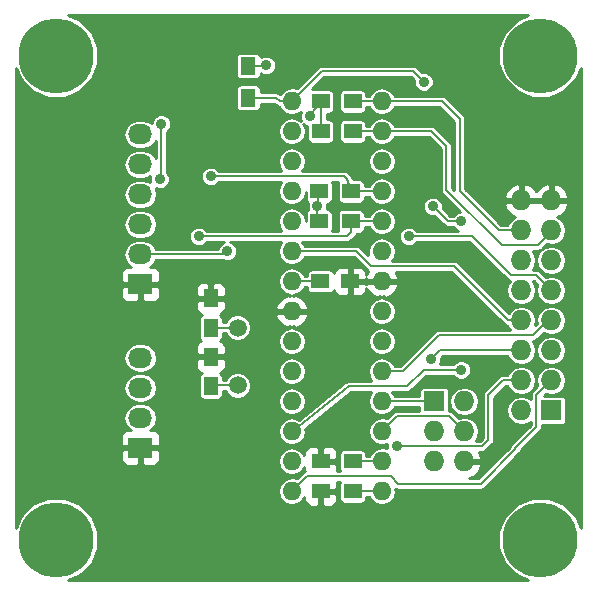
<source format=gbl>
G04 #@! TF.FileFunction,Copper,L2,Bot,Signal*
%FSLAX46Y46*%
G04 Gerber Fmt 4.6, Leading zero omitted, Abs format (unit mm)*
G04 Created by KiCad (PCBNEW 4.0.1-stable) date 12/26/2016 4:33:45 PM*
%MOMM*%
G01*
G04 APERTURE LIST*
%ADD10C,0.150000*%
%ADD11C,6.350000*%
%ADD12R,1.250000X1.500000*%
%ADD13R,1.727200X1.727200*%
%ADD14O,1.727200X1.727200*%
%ADD15R,1.500000X1.300000*%
%ADD16O,1.600000X1.600000*%
%ADD17C,1.501140*%
%ADD18R,1.500000X1.250000*%
%ADD19R,2.032000X1.727200*%
%ADD20O,2.032000X1.727200*%
%ADD21R,1.300000X1.500000*%
%ADD22C,0.889000*%
%ADD23C,0.203200*%
%ADD24C,0.254000*%
G04 APERTURE END LIST*
D10*
D11*
X200000000Y-125000000D03*
X159000000Y-125000000D03*
X200000000Y-84000000D03*
X159000000Y-84000000D03*
D12*
X172085000Y-107041000D03*
X172085000Y-104541000D03*
X172085000Y-111994000D03*
X172085000Y-109494000D03*
D13*
X200914000Y-114046000D03*
D14*
X198374000Y-114046000D03*
X200914000Y-111506000D03*
X198374000Y-111506000D03*
X200914000Y-108966000D03*
X198374000Y-108966000D03*
X200914000Y-106426000D03*
X198374000Y-106426000D03*
X200914000Y-103886000D03*
X198374000Y-103886000D03*
X200914000Y-101346000D03*
X198374000Y-101346000D03*
X200914000Y-98806000D03*
X198374000Y-98806000D03*
X200914000Y-96266000D03*
X198374000Y-96266000D03*
D15*
X183976000Y-98044000D03*
X181276000Y-98044000D03*
X183976000Y-95504000D03*
X181276000Y-95504000D03*
D16*
X178943000Y-87884000D03*
X178943000Y-90424000D03*
X178943000Y-92964000D03*
X178943000Y-95504000D03*
X178943000Y-98044000D03*
X178943000Y-100584000D03*
X178943000Y-103124000D03*
X178943000Y-105664000D03*
X178943000Y-108204000D03*
X178943000Y-110744000D03*
X178943000Y-113284000D03*
X178943000Y-115824000D03*
X178943000Y-118364000D03*
X178943000Y-120904000D03*
X186563000Y-120904000D03*
X186563000Y-118364000D03*
X186563000Y-115824000D03*
X186563000Y-113284000D03*
X186563000Y-110744000D03*
X186563000Y-108204000D03*
X186563000Y-105664000D03*
X186563000Y-103124000D03*
X186563000Y-100584000D03*
X186563000Y-98044000D03*
X186563000Y-95504000D03*
X186563000Y-92964000D03*
X186563000Y-90424000D03*
X186563000Y-87884000D03*
D17*
X174371000Y-111914940D03*
X174371000Y-107033060D03*
D15*
X181403000Y-118364000D03*
X184103000Y-118364000D03*
X181403000Y-120904000D03*
X184103000Y-120904000D03*
X184103000Y-90424000D03*
X181403000Y-90424000D03*
X181403000Y-87884000D03*
X184103000Y-87884000D03*
D18*
X181376000Y-103124000D03*
X183876000Y-103124000D03*
D19*
X166116000Y-117221000D03*
D20*
X166116000Y-114681000D03*
X166116000Y-112141000D03*
X166116000Y-109601000D03*
D19*
X166116000Y-103378000D03*
D20*
X166116000Y-100838000D03*
X166116000Y-98298000D03*
X166116000Y-95758000D03*
X166116000Y-93218000D03*
X166116000Y-90678000D03*
D21*
X175260000Y-87583000D03*
X175260000Y-84883000D03*
D13*
X191008000Y-113284000D03*
D14*
X193548000Y-113284000D03*
X191008000Y-115824000D03*
X193548000Y-115824000D03*
X191008000Y-118364000D03*
X193548000Y-118364000D03*
D22*
X202184000Y-119126000D03*
X176784000Y-84836000D03*
X180467000Y-89154000D03*
X181102000Y-96774000D03*
X187833000Y-117094000D03*
X193294000Y-110617000D03*
X190754000Y-109728000D03*
X188849000Y-99314000D03*
X190881000Y-96774000D03*
X193294000Y-98044000D03*
X171069000Y-99314000D03*
X172085000Y-94234000D03*
X167767000Y-94488000D03*
X167894000Y-89789000D03*
X190119000Y-86233000D03*
X173482000Y-100584000D03*
D23*
X174371000Y-107033060D02*
X172092940Y-107033060D01*
X172092940Y-107033060D02*
X172085000Y-107041000D01*
X174371000Y-111914940D02*
X172164060Y-111914940D01*
X172164060Y-111914940D02*
X172085000Y-111994000D01*
X176737000Y-84883000D02*
X176784000Y-84836000D01*
X175260000Y-84883000D02*
X176737000Y-84883000D01*
X181356000Y-87931000D02*
X180467000Y-89154000D01*
X181403000Y-87884000D02*
X181356000Y-87931000D01*
X181403000Y-90424000D02*
X181403000Y-87884000D01*
X181102000Y-96774000D02*
X180975000Y-96901000D01*
X181276000Y-95504000D02*
X181102000Y-96774000D01*
X180975000Y-96901000D02*
X181102000Y-96774000D01*
X181276000Y-98044000D02*
X180975000Y-96901000D01*
X181376000Y-103124000D02*
X178943000Y-103124000D01*
X186436000Y-119634000D02*
X187325000Y-119634000D01*
X187960000Y-120269000D02*
X194945000Y-120269000D01*
X187325000Y-119634000D02*
X187960000Y-120269000D01*
X184023000Y-119634000D02*
X180213000Y-119634000D01*
X180213000Y-119634000D02*
X178943000Y-120904000D01*
X199644000Y-112776000D02*
X199644000Y-115443000D01*
X199644000Y-115443000D02*
X197866000Y-117221000D01*
X197866000Y-117221000D02*
X197866000Y-117348000D01*
X197866000Y-117348000D02*
X194945000Y-120269000D01*
X200914000Y-111506000D02*
X199644000Y-112776000D01*
X186436000Y-119634000D02*
X184023000Y-119634000D01*
X187833000Y-117094000D02*
X189611000Y-117094000D01*
X195580000Y-115697000D02*
X195580000Y-116586000D01*
X195072000Y-117094000D02*
X189611000Y-117094000D01*
X195580000Y-116586000D02*
X195072000Y-117094000D01*
X195580000Y-115697000D02*
X195580000Y-112776000D01*
X195580000Y-112776000D02*
X196850000Y-111506000D01*
X196850000Y-111506000D02*
X198374000Y-111506000D01*
X183769000Y-112014000D02*
X188722000Y-112014000D01*
X188722000Y-112014000D02*
X190119000Y-110617000D01*
X190119000Y-110617000D02*
X193294000Y-110617000D01*
X179070000Y-115824000D02*
X183769000Y-112014000D01*
X178943000Y-115824000D02*
X179070000Y-115824000D01*
X191516000Y-108966000D02*
X190754000Y-109728000D01*
X198374000Y-108966000D02*
X191516000Y-108966000D01*
X188341000Y-110744000D02*
X186563000Y-110744000D01*
X191389000Y-107696000D02*
X188341000Y-110744000D01*
X199390000Y-107696000D02*
X191389000Y-107696000D01*
X200660000Y-106426000D02*
X199390000Y-107696000D01*
X200914000Y-106426000D02*
X200660000Y-106426000D01*
X190754000Y-101854000D02*
X185674000Y-101854000D01*
X185674000Y-101854000D02*
X184404000Y-100584000D01*
X197231000Y-106426000D02*
X192659000Y-101854000D01*
X192659000Y-101854000D02*
X190754000Y-101854000D01*
X184404000Y-100584000D02*
X178943000Y-100584000D01*
X198374000Y-106426000D02*
X197231000Y-106426000D01*
X199644000Y-102616000D02*
X197485000Y-102616000D01*
X197485000Y-102616000D02*
X194183000Y-99314000D01*
X194183000Y-99314000D02*
X188849000Y-99314000D01*
X200914000Y-103886000D02*
X199644000Y-102616000D01*
X190881000Y-96774000D02*
X192151000Y-98044000D01*
X192151000Y-98044000D02*
X193294000Y-98044000D01*
X184103000Y-90424000D02*
X186563000Y-90424000D01*
X190754000Y-90424000D02*
X186563000Y-90424000D01*
X192024000Y-91694000D02*
X190754000Y-90424000D01*
X192024000Y-95377000D02*
X192024000Y-91694000D01*
X196723000Y-100076000D02*
X192024000Y-95377000D01*
X199771000Y-100076000D02*
X196723000Y-100076000D01*
X200914000Y-98933000D02*
X199771000Y-100076000D01*
X200914000Y-98806000D02*
X200914000Y-98933000D01*
X184103000Y-87884000D02*
X186563000Y-87884000D01*
X196469000Y-98806000D02*
X193167000Y-95504000D01*
X193167000Y-95504000D02*
X193167000Y-89408000D01*
X193167000Y-89408000D02*
X191643000Y-87884000D01*
X191643000Y-87884000D02*
X186563000Y-87884000D01*
X198374000Y-98806000D02*
X196469000Y-98806000D01*
X183976000Y-98044000D02*
X186563000Y-98044000D01*
X183976000Y-98980000D02*
X183642000Y-99314000D01*
X183642000Y-99314000D02*
X171069000Y-99314000D01*
X183976000Y-98044000D02*
X183976000Y-98980000D01*
X183976000Y-95504000D02*
X186563000Y-95504000D01*
X183595000Y-94441000D02*
X183388000Y-94234000D01*
X183976000Y-95504000D02*
X183595000Y-94441000D01*
X183388000Y-94234000D02*
X172085000Y-94234000D01*
X167767000Y-94488000D02*
X167894000Y-94361000D01*
X167894000Y-94361000D02*
X167894000Y-89789000D01*
X184103000Y-118364000D02*
X186563000Y-118364000D01*
X184103000Y-120904000D02*
X186563000Y-120904000D01*
X186436000Y-85344000D02*
X181483000Y-85344000D01*
X181483000Y-85344000D02*
X178943000Y-87884000D01*
X177927000Y-87884000D02*
X177626000Y-87583000D01*
X178943000Y-87884000D02*
X177927000Y-87884000D01*
X177626000Y-87583000D02*
X175260000Y-87583000D01*
X186436000Y-85344000D02*
X189230000Y-85344000D01*
X189230000Y-85344000D02*
X190119000Y-86233000D01*
X191516000Y-114554000D02*
X187833000Y-114554000D01*
X187833000Y-114554000D02*
X186563000Y-115824000D01*
X192278000Y-114554000D02*
X193548000Y-115824000D01*
X191516000Y-114554000D02*
X192278000Y-114554000D01*
X186563000Y-115824000D02*
X186690000Y-115824000D01*
X186563000Y-113284000D02*
X191008000Y-113284000D01*
X173228000Y-100838000D02*
X166116000Y-100838000D01*
X173482000Y-100584000D02*
X173228000Y-100838000D01*
D24*
G36*
X197988319Y-80983612D02*
X196987128Y-81983058D01*
X196444619Y-83289565D01*
X196443384Y-84704229D01*
X196983612Y-86011681D01*
X197983058Y-87012872D01*
X199289565Y-87555381D01*
X200704229Y-87556616D01*
X202011681Y-87016388D01*
X203012872Y-86016942D01*
X203428500Y-85015998D01*
X203428500Y-123985707D01*
X203016388Y-122988319D01*
X202016942Y-121987128D01*
X200710435Y-121444619D01*
X199295771Y-121443384D01*
X197988319Y-121983612D01*
X196987128Y-122983058D01*
X196444619Y-124289565D01*
X196443384Y-125704229D01*
X196983612Y-127011681D01*
X197983058Y-128012872D01*
X198984002Y-128428500D01*
X160014293Y-128428500D01*
X161011681Y-128016388D01*
X162012872Y-127016942D01*
X162555381Y-125710435D01*
X162556616Y-124295771D01*
X162016388Y-122988319D01*
X161016942Y-121987128D01*
X159710435Y-121444619D01*
X158295771Y-121443384D01*
X156988319Y-121983612D01*
X155987128Y-122983058D01*
X155571500Y-123984002D01*
X155571500Y-117506750D01*
X164465000Y-117506750D01*
X164465000Y-118210910D01*
X164561673Y-118444299D01*
X164740302Y-118622927D01*
X164973691Y-118719600D01*
X165830250Y-118719600D01*
X165989000Y-118560850D01*
X165989000Y-117348000D01*
X166243000Y-117348000D01*
X166243000Y-118560850D01*
X166401750Y-118719600D01*
X167258309Y-118719600D01*
X167491698Y-118622927D01*
X167670327Y-118444299D01*
X167767000Y-118210910D01*
X167767000Y-117506750D01*
X167608250Y-117348000D01*
X166243000Y-117348000D01*
X165989000Y-117348000D01*
X164623750Y-117348000D01*
X164465000Y-117506750D01*
X155571500Y-117506750D01*
X155571500Y-116231090D01*
X164465000Y-116231090D01*
X164465000Y-116935250D01*
X164623750Y-117094000D01*
X165989000Y-117094000D01*
X165989000Y-117074000D01*
X166243000Y-117074000D01*
X166243000Y-117094000D01*
X167608250Y-117094000D01*
X167767000Y-116935250D01*
X167767000Y-116231090D01*
X167670327Y-115997701D01*
X167491698Y-115819073D01*
X167258309Y-115722400D01*
X166934379Y-115722400D01*
X167175834Y-115561065D01*
X167445629Y-115157288D01*
X167540369Y-114681000D01*
X167445629Y-114204712D01*
X167175834Y-113800935D01*
X166772057Y-113531140D01*
X166295769Y-113436400D01*
X165936231Y-113436400D01*
X165459943Y-113531140D01*
X165056166Y-113800935D01*
X164786371Y-114204712D01*
X164691631Y-114681000D01*
X164786371Y-115157288D01*
X165056166Y-115561065D01*
X165297621Y-115722400D01*
X164973691Y-115722400D01*
X164740302Y-115819073D01*
X164561673Y-115997701D01*
X164465000Y-116231090D01*
X155571500Y-116231090D01*
X155571500Y-112141000D01*
X164691631Y-112141000D01*
X164786371Y-112617288D01*
X165056166Y-113021065D01*
X165459943Y-113290860D01*
X165936231Y-113385600D01*
X166295769Y-113385600D01*
X166772057Y-113290860D01*
X166782323Y-113284000D01*
X177738863Y-113284000D01*
X177828761Y-113735949D01*
X178084770Y-114119093D01*
X178467914Y-114375102D01*
X178919863Y-114465000D01*
X178966137Y-114465000D01*
X179418086Y-114375102D01*
X179801230Y-114119093D01*
X180057239Y-113735949D01*
X180147137Y-113284000D01*
X180057239Y-112832051D01*
X179801230Y-112448907D01*
X179418086Y-112192898D01*
X178966137Y-112103000D01*
X178919863Y-112103000D01*
X178467914Y-112192898D01*
X178084770Y-112448907D01*
X177828761Y-112832051D01*
X177738863Y-113284000D01*
X166782323Y-113284000D01*
X167175834Y-113021065D01*
X167445629Y-112617288D01*
X167540369Y-112141000D01*
X167445629Y-111664712D01*
X167175834Y-111260935D01*
X166772057Y-110991140D01*
X166295769Y-110896400D01*
X165936231Y-110896400D01*
X165459943Y-110991140D01*
X165056166Y-111260935D01*
X164786371Y-111664712D01*
X164691631Y-112141000D01*
X155571500Y-112141000D01*
X155571500Y-109601000D01*
X164691631Y-109601000D01*
X164786371Y-110077288D01*
X165056166Y-110481065D01*
X165459943Y-110750860D01*
X165936231Y-110845600D01*
X166295769Y-110845600D01*
X166772057Y-110750860D01*
X167175834Y-110481065D01*
X167445629Y-110077288D01*
X167504813Y-109779750D01*
X170825000Y-109779750D01*
X170825000Y-110370309D01*
X170921673Y-110603698D01*
X171100301Y-110782327D01*
X171333690Y-110879000D01*
X171335301Y-110879000D01*
X171318810Y-110882103D01*
X171189135Y-110965546D01*
X171102141Y-111092866D01*
X171071536Y-111244000D01*
X171071536Y-112744000D01*
X171098103Y-112885190D01*
X171181546Y-113014865D01*
X171308866Y-113101859D01*
X171460000Y-113132464D01*
X172710000Y-113132464D01*
X172851190Y-113105897D01*
X172980865Y-113022454D01*
X173067859Y-112895134D01*
X173098464Y-112744000D01*
X173098464Y-112397540D01*
X173346045Y-112397540D01*
X173411142Y-112555086D01*
X173729180Y-112873679D01*
X174144929Y-113046313D01*
X174595096Y-113046706D01*
X175011146Y-112874798D01*
X175329739Y-112556760D01*
X175502373Y-112141011D01*
X175502766Y-111690844D01*
X175330858Y-111274794D01*
X175012820Y-110956201D01*
X174597071Y-110783567D01*
X174146904Y-110783174D01*
X173730854Y-110955082D01*
X173412261Y-111273120D01*
X173346147Y-111432340D01*
X173098464Y-111432340D01*
X173098464Y-111244000D01*
X173071897Y-111102810D01*
X172988454Y-110973135D01*
X172861134Y-110886141D01*
X172825870Y-110879000D01*
X172836310Y-110879000D01*
X173069699Y-110782327D01*
X173108025Y-110744000D01*
X177738863Y-110744000D01*
X177828761Y-111195949D01*
X178084770Y-111579093D01*
X178467914Y-111835102D01*
X178919863Y-111925000D01*
X178966137Y-111925000D01*
X179418086Y-111835102D01*
X179801230Y-111579093D01*
X180057239Y-111195949D01*
X180147137Y-110744000D01*
X180057239Y-110292051D01*
X179801230Y-109908907D01*
X179418086Y-109652898D01*
X178966137Y-109563000D01*
X178919863Y-109563000D01*
X178467914Y-109652898D01*
X178084770Y-109908907D01*
X177828761Y-110292051D01*
X177738863Y-110744000D01*
X173108025Y-110744000D01*
X173248327Y-110603698D01*
X173345000Y-110370309D01*
X173345000Y-109779750D01*
X173186250Y-109621000D01*
X172212000Y-109621000D01*
X172212000Y-109641000D01*
X171958000Y-109641000D01*
X171958000Y-109621000D01*
X170983750Y-109621000D01*
X170825000Y-109779750D01*
X167504813Y-109779750D01*
X167540369Y-109601000D01*
X167445629Y-109124712D01*
X167175834Y-108720935D01*
X166772057Y-108451140D01*
X166295769Y-108356400D01*
X165936231Y-108356400D01*
X165459943Y-108451140D01*
X165056166Y-108720935D01*
X164786371Y-109124712D01*
X164691631Y-109601000D01*
X155571500Y-109601000D01*
X155571500Y-103663750D01*
X164465000Y-103663750D01*
X164465000Y-104367910D01*
X164561673Y-104601299D01*
X164740302Y-104779927D01*
X164973691Y-104876600D01*
X165830250Y-104876600D01*
X165989000Y-104717850D01*
X165989000Y-103505000D01*
X166243000Y-103505000D01*
X166243000Y-104717850D01*
X166401750Y-104876600D01*
X167258309Y-104876600D01*
X167378657Y-104826750D01*
X170825000Y-104826750D01*
X170825000Y-105417309D01*
X170921673Y-105650698D01*
X171100301Y-105829327D01*
X171333690Y-105926000D01*
X171335301Y-105926000D01*
X171318810Y-105929103D01*
X171189135Y-106012546D01*
X171102141Y-106139866D01*
X171071536Y-106291000D01*
X171071536Y-107791000D01*
X171098103Y-107932190D01*
X171181546Y-108061865D01*
X171281917Y-108130445D01*
X171100301Y-108205673D01*
X170921673Y-108384302D01*
X170825000Y-108617691D01*
X170825000Y-109208250D01*
X170983750Y-109367000D01*
X171958000Y-109367000D01*
X171958000Y-109347000D01*
X172212000Y-109347000D01*
X172212000Y-109367000D01*
X173186250Y-109367000D01*
X173345000Y-109208250D01*
X173345000Y-108617691D01*
X173248327Y-108384302D01*
X173069699Y-108205673D01*
X172886865Y-108129941D01*
X172980865Y-108069454D01*
X173067859Y-107942134D01*
X173098464Y-107791000D01*
X173098464Y-107515660D01*
X173346045Y-107515660D01*
X173411142Y-107673206D01*
X173729180Y-107991799D01*
X174144929Y-108164433D01*
X174595096Y-108164826D01*
X175011146Y-107992918D01*
X175329739Y-107674880D01*
X175502373Y-107259131D01*
X175502766Y-106808964D01*
X175330858Y-106392914D01*
X175012820Y-106074321D01*
X174865237Y-106013039D01*
X177551096Y-106013039D01*
X177711959Y-106401423D01*
X178087866Y-106816389D01*
X178593959Y-107055914D01*
X178815998Y-106934630D01*
X178815998Y-107043660D01*
X178467914Y-107112898D01*
X178084770Y-107368907D01*
X177828761Y-107752051D01*
X177738863Y-108204000D01*
X177828761Y-108655949D01*
X178084770Y-109039093D01*
X178467914Y-109295102D01*
X178919863Y-109385000D01*
X178966137Y-109385000D01*
X179418086Y-109295102D01*
X179801230Y-109039093D01*
X180057239Y-108655949D01*
X180147137Y-108204000D01*
X185358863Y-108204000D01*
X185448761Y-108655949D01*
X185704770Y-109039093D01*
X186087914Y-109295102D01*
X186539863Y-109385000D01*
X186586137Y-109385000D01*
X187038086Y-109295102D01*
X187421230Y-109039093D01*
X187677239Y-108655949D01*
X187767137Y-108204000D01*
X187677239Y-107752051D01*
X187421230Y-107368907D01*
X187038086Y-107112898D01*
X186586137Y-107023000D01*
X186539863Y-107023000D01*
X186087914Y-107112898D01*
X185704770Y-107368907D01*
X185448761Y-107752051D01*
X185358863Y-108204000D01*
X180147137Y-108204000D01*
X180057239Y-107752051D01*
X179801230Y-107368907D01*
X179418086Y-107112898D01*
X179070002Y-107043660D01*
X179070002Y-106934630D01*
X179292041Y-107055914D01*
X179798134Y-106816389D01*
X180174041Y-106401423D01*
X180334904Y-106013039D01*
X180212915Y-105791000D01*
X179070000Y-105791000D01*
X179070000Y-105811000D01*
X178816000Y-105811000D01*
X178816000Y-105791000D01*
X177673085Y-105791000D01*
X177551096Y-106013039D01*
X174865237Y-106013039D01*
X174597071Y-105901687D01*
X174146904Y-105901294D01*
X173730854Y-106073202D01*
X173412261Y-106391240D01*
X173346147Y-106550460D01*
X173098464Y-106550460D01*
X173098464Y-106291000D01*
X173071897Y-106149810D01*
X172988454Y-106020135D01*
X172861134Y-105933141D01*
X172825870Y-105926000D01*
X172836310Y-105926000D01*
X173069699Y-105829327D01*
X173248327Y-105650698D01*
X173345000Y-105417309D01*
X173345000Y-105314961D01*
X177551096Y-105314961D01*
X177673085Y-105537000D01*
X178816000Y-105537000D01*
X178816000Y-105517000D01*
X179070000Y-105517000D01*
X179070000Y-105537000D01*
X180212915Y-105537000D01*
X180334904Y-105314961D01*
X180174041Y-104926577D01*
X179798134Y-104511611D01*
X179292041Y-104272086D01*
X179070002Y-104393370D01*
X179070002Y-104284340D01*
X179418086Y-104215102D01*
X179801230Y-103959093D01*
X180036759Y-103606600D01*
X180237536Y-103606600D01*
X180237536Y-103749000D01*
X180264103Y-103890190D01*
X180347546Y-104019865D01*
X180474866Y-104106859D01*
X180626000Y-104137464D01*
X182126000Y-104137464D01*
X182267190Y-104110897D01*
X182396865Y-104027454D01*
X182483859Y-103900134D01*
X182491000Y-103864870D01*
X182491000Y-103875310D01*
X182587673Y-104108699D01*
X182766302Y-104287327D01*
X182999691Y-104384000D01*
X183590250Y-104384000D01*
X183749000Y-104225250D01*
X183749000Y-103251000D01*
X184003000Y-103251000D01*
X184003000Y-104225250D01*
X184161750Y-104384000D01*
X184752309Y-104384000D01*
X184985698Y-104287327D01*
X185164327Y-104108699D01*
X185261000Y-103875310D01*
X185261000Y-103690101D01*
X185331959Y-103861423D01*
X185707866Y-104276389D01*
X186213959Y-104515914D01*
X186435998Y-104394630D01*
X186435998Y-104503660D01*
X186087914Y-104572898D01*
X185704770Y-104828907D01*
X185448761Y-105212051D01*
X185358863Y-105664000D01*
X185448761Y-106115949D01*
X185704770Y-106499093D01*
X186087914Y-106755102D01*
X186539863Y-106845000D01*
X186586137Y-106845000D01*
X187038086Y-106755102D01*
X187421230Y-106499093D01*
X187677239Y-106115949D01*
X187767137Y-105664000D01*
X187677239Y-105212051D01*
X187421230Y-104828907D01*
X187038086Y-104572898D01*
X186690002Y-104503660D01*
X186690002Y-104394630D01*
X186912041Y-104515914D01*
X187418134Y-104276389D01*
X187794041Y-103861423D01*
X187954904Y-103473039D01*
X187832915Y-103251000D01*
X186690000Y-103251000D01*
X186690000Y-103271000D01*
X186436000Y-103271000D01*
X186436000Y-103251000D01*
X185293085Y-103251000D01*
X185225417Y-103374167D01*
X185102250Y-103251000D01*
X184003000Y-103251000D01*
X183749000Y-103251000D01*
X183729000Y-103251000D01*
X183729000Y-102997000D01*
X183749000Y-102997000D01*
X183749000Y-102022750D01*
X183590250Y-101864000D01*
X182999691Y-101864000D01*
X182766302Y-101960673D01*
X182587673Y-102139301D01*
X182491000Y-102372690D01*
X182491000Y-102374301D01*
X182487897Y-102357810D01*
X182404454Y-102228135D01*
X182277134Y-102141141D01*
X182126000Y-102110536D01*
X180626000Y-102110536D01*
X180484810Y-102137103D01*
X180355135Y-102220546D01*
X180268141Y-102347866D01*
X180237536Y-102499000D01*
X180237536Y-102641400D01*
X180036759Y-102641400D01*
X179801230Y-102288907D01*
X179418086Y-102032898D01*
X178966137Y-101943000D01*
X178919863Y-101943000D01*
X178467914Y-102032898D01*
X178084770Y-102288907D01*
X177828761Y-102672051D01*
X177738863Y-103124000D01*
X177828761Y-103575949D01*
X178084770Y-103959093D01*
X178467914Y-104215102D01*
X178815998Y-104284340D01*
X178815998Y-104393370D01*
X178593959Y-104272086D01*
X178087866Y-104511611D01*
X177711959Y-104926577D01*
X177551096Y-105314961D01*
X173345000Y-105314961D01*
X173345000Y-104826750D01*
X173186250Y-104668000D01*
X172212000Y-104668000D01*
X172212000Y-104688000D01*
X171958000Y-104688000D01*
X171958000Y-104668000D01*
X170983750Y-104668000D01*
X170825000Y-104826750D01*
X167378657Y-104826750D01*
X167491698Y-104779927D01*
X167670327Y-104601299D01*
X167767000Y-104367910D01*
X167767000Y-103664691D01*
X170825000Y-103664691D01*
X170825000Y-104255250D01*
X170983750Y-104414000D01*
X171958000Y-104414000D01*
X171958000Y-103314750D01*
X172212000Y-103314750D01*
X172212000Y-104414000D01*
X173186250Y-104414000D01*
X173345000Y-104255250D01*
X173345000Y-103664691D01*
X173248327Y-103431302D01*
X173069699Y-103252673D01*
X172836310Y-103156000D01*
X172370750Y-103156000D01*
X172212000Y-103314750D01*
X171958000Y-103314750D01*
X171799250Y-103156000D01*
X171333690Y-103156000D01*
X171100301Y-103252673D01*
X170921673Y-103431302D01*
X170825000Y-103664691D01*
X167767000Y-103664691D01*
X167767000Y-103663750D01*
X167608250Y-103505000D01*
X166243000Y-103505000D01*
X165989000Y-103505000D01*
X164623750Y-103505000D01*
X164465000Y-103663750D01*
X155571500Y-103663750D01*
X155571500Y-102388090D01*
X164465000Y-102388090D01*
X164465000Y-103092250D01*
X164623750Y-103251000D01*
X165989000Y-103251000D01*
X165989000Y-103231000D01*
X166243000Y-103231000D01*
X166243000Y-103251000D01*
X167608250Y-103251000D01*
X167767000Y-103092250D01*
X167767000Y-102388090D01*
X167670327Y-102154701D01*
X167491698Y-101976073D01*
X167258309Y-101879400D01*
X166934379Y-101879400D01*
X167175834Y-101718065D01*
X167441411Y-101320600D01*
X173103327Y-101320600D01*
X173317077Y-101409357D01*
X173645482Y-101409643D01*
X173948998Y-101284233D01*
X174181417Y-101052219D01*
X174307357Y-100748923D01*
X174307643Y-100420518D01*
X174182233Y-100117002D01*
X173950219Y-99884583D01*
X173738333Y-99796600D01*
X178052903Y-99796600D01*
X177828761Y-100132051D01*
X177738863Y-100584000D01*
X177828761Y-101035949D01*
X178084770Y-101419093D01*
X178467914Y-101675102D01*
X178919863Y-101765000D01*
X178966137Y-101765000D01*
X179418086Y-101675102D01*
X179801230Y-101419093D01*
X180036759Y-101066600D01*
X184204100Y-101066600D01*
X185332750Y-102195250D01*
X185440225Y-102267062D01*
X185331959Y-102386577D01*
X185261000Y-102557899D01*
X185261000Y-102372690D01*
X185164327Y-102139301D01*
X184985698Y-101960673D01*
X184752309Y-101864000D01*
X184161750Y-101864000D01*
X184003000Y-102022750D01*
X184003000Y-102997000D01*
X185102250Y-102997000D01*
X185225417Y-102873833D01*
X185293085Y-102997000D01*
X186436000Y-102997000D01*
X186436000Y-102977000D01*
X186690000Y-102977000D01*
X186690000Y-102997000D01*
X187832915Y-102997000D01*
X187954904Y-102774961D01*
X187794041Y-102386577D01*
X187748768Y-102336600D01*
X192459100Y-102336600D01*
X196889748Y-106767247D01*
X196889750Y-106767250D01*
X197006112Y-106845000D01*
X197046317Y-106871864D01*
X197199832Y-106902400D01*
X197407635Y-107213400D01*
X191389000Y-107213400D01*
X191204317Y-107250136D01*
X191047750Y-107354750D01*
X188141100Y-110261400D01*
X187656759Y-110261400D01*
X187421230Y-109908907D01*
X187038086Y-109652898D01*
X186586137Y-109563000D01*
X186539863Y-109563000D01*
X186087914Y-109652898D01*
X185704770Y-109908907D01*
X185448761Y-110292051D01*
X185358863Y-110744000D01*
X185448761Y-111195949D01*
X185672903Y-111531400D01*
X183769000Y-111531400D01*
X183700844Y-111544957D01*
X183631648Y-111551359D01*
X183609202Y-111563186D01*
X183584317Y-111568136D01*
X183526533Y-111606746D01*
X183465058Y-111639138D01*
X179544908Y-114817638D01*
X179418086Y-114732898D01*
X178966137Y-114643000D01*
X178919863Y-114643000D01*
X178467914Y-114732898D01*
X178084770Y-114988907D01*
X177828761Y-115372051D01*
X177738863Y-115824000D01*
X177828761Y-116275949D01*
X178084770Y-116659093D01*
X178467914Y-116915102D01*
X178919863Y-117005000D01*
X178966137Y-117005000D01*
X179418086Y-116915102D01*
X179801230Y-116659093D01*
X180057239Y-116275949D01*
X180147137Y-115824000D01*
X180103964Y-115606953D01*
X183940066Y-112496600D01*
X185672903Y-112496600D01*
X185448761Y-112832051D01*
X185358863Y-113284000D01*
X185448761Y-113735949D01*
X185704770Y-114119093D01*
X186087914Y-114375102D01*
X186539863Y-114465000D01*
X186586137Y-114465000D01*
X187038086Y-114375102D01*
X187421230Y-114119093D01*
X187656759Y-113766600D01*
X189755936Y-113766600D01*
X189755936Y-114071400D01*
X187833000Y-114071400D01*
X187648317Y-114108136D01*
X187491750Y-114212750D01*
X186982632Y-114721868D01*
X186586137Y-114643000D01*
X186539863Y-114643000D01*
X186087914Y-114732898D01*
X185704770Y-114988907D01*
X185448761Y-115372051D01*
X185358863Y-115824000D01*
X185448761Y-116275949D01*
X185704770Y-116659093D01*
X186087914Y-116915102D01*
X186539863Y-117005000D01*
X186586137Y-117005000D01*
X187011228Y-116920444D01*
X187007643Y-116929077D01*
X187007357Y-117257482D01*
X187011545Y-117267619D01*
X186586137Y-117183000D01*
X186539863Y-117183000D01*
X186087914Y-117272898D01*
X185704770Y-117528907D01*
X185469241Y-117881400D01*
X185241464Y-117881400D01*
X185241464Y-117714000D01*
X185214897Y-117572810D01*
X185131454Y-117443135D01*
X185004134Y-117356141D01*
X184853000Y-117325536D01*
X183353000Y-117325536D01*
X183211810Y-117352103D01*
X183082135Y-117435546D01*
X182995141Y-117562866D01*
X182964536Y-117714000D01*
X182964536Y-119014000D01*
X182990390Y-119151400D01*
X182783406Y-119151400D01*
X182788000Y-119140310D01*
X182788000Y-118649750D01*
X182629250Y-118491000D01*
X181530000Y-118491000D01*
X181530000Y-118511000D01*
X181276000Y-118511000D01*
X181276000Y-118491000D01*
X181256000Y-118491000D01*
X181256000Y-118237000D01*
X181276000Y-118237000D01*
X181276000Y-117237750D01*
X181530000Y-117237750D01*
X181530000Y-118237000D01*
X182629250Y-118237000D01*
X182788000Y-118078250D01*
X182788000Y-117587690D01*
X182691327Y-117354301D01*
X182512698Y-117175673D01*
X182279309Y-117079000D01*
X181688750Y-117079000D01*
X181530000Y-117237750D01*
X181276000Y-117237750D01*
X181117250Y-117079000D01*
X180526691Y-117079000D01*
X180293302Y-117175673D01*
X180114673Y-117354301D01*
X180018000Y-117587690D01*
X180018000Y-117853326D01*
X179801230Y-117528907D01*
X179418086Y-117272898D01*
X178966137Y-117183000D01*
X178919863Y-117183000D01*
X178467914Y-117272898D01*
X178084770Y-117528907D01*
X177828761Y-117912051D01*
X177738863Y-118364000D01*
X177828761Y-118815949D01*
X178084770Y-119199093D01*
X178467914Y-119455102D01*
X178919863Y-119545000D01*
X178966137Y-119545000D01*
X179418086Y-119455102D01*
X179801230Y-119199093D01*
X180018000Y-118874674D01*
X180018000Y-119140310D01*
X180037088Y-119186391D01*
X180028317Y-119188136D01*
X179871750Y-119292750D01*
X179362632Y-119801868D01*
X178966137Y-119723000D01*
X178919863Y-119723000D01*
X178467914Y-119812898D01*
X178084770Y-120068907D01*
X177828761Y-120452051D01*
X177738863Y-120904000D01*
X177828761Y-121355949D01*
X178084770Y-121739093D01*
X178467914Y-121995102D01*
X178919863Y-122085000D01*
X178966137Y-122085000D01*
X179418086Y-121995102D01*
X179801230Y-121739093D01*
X180018000Y-121414674D01*
X180018000Y-121680310D01*
X180114673Y-121913699D01*
X180293302Y-122092327D01*
X180526691Y-122189000D01*
X181117250Y-122189000D01*
X181276000Y-122030250D01*
X181276000Y-121031000D01*
X181530000Y-121031000D01*
X181530000Y-122030250D01*
X181688750Y-122189000D01*
X182279309Y-122189000D01*
X182512698Y-122092327D01*
X182691327Y-121913699D01*
X182788000Y-121680310D01*
X182788000Y-121189750D01*
X182629250Y-121031000D01*
X181530000Y-121031000D01*
X181276000Y-121031000D01*
X181256000Y-121031000D01*
X181256000Y-120777000D01*
X181276000Y-120777000D01*
X181276000Y-120757000D01*
X181530000Y-120757000D01*
X181530000Y-120777000D01*
X182629250Y-120777000D01*
X182788000Y-120618250D01*
X182788000Y-120127690D01*
X182783406Y-120116600D01*
X182992360Y-120116600D01*
X182964536Y-120254000D01*
X182964536Y-121554000D01*
X182991103Y-121695190D01*
X183074546Y-121824865D01*
X183201866Y-121911859D01*
X183353000Y-121942464D01*
X184853000Y-121942464D01*
X184994190Y-121915897D01*
X185123865Y-121832454D01*
X185210859Y-121705134D01*
X185241464Y-121554000D01*
X185241464Y-121386600D01*
X185469241Y-121386600D01*
X185704770Y-121739093D01*
X186087914Y-121995102D01*
X186539863Y-122085000D01*
X186586137Y-122085000D01*
X187038086Y-121995102D01*
X187421230Y-121739093D01*
X187677239Y-121355949D01*
X187767137Y-120904000D01*
X187722495Y-120679570D01*
X187775317Y-120714864D01*
X187960000Y-120751601D01*
X187960005Y-120751600D01*
X194945000Y-120751600D01*
X195129683Y-120714864D01*
X195286250Y-120610250D01*
X198207250Y-117689250D01*
X198311864Y-117532683D01*
X198330499Y-117439001D01*
X199985250Y-115784250D01*
X200089864Y-115627683D01*
X200126601Y-115443000D01*
X200126600Y-115442995D01*
X200126600Y-115298064D01*
X201777600Y-115298064D01*
X201918790Y-115271497D01*
X202048465Y-115188054D01*
X202135459Y-115060734D01*
X202166064Y-114909600D01*
X202166064Y-113182400D01*
X202139497Y-113041210D01*
X202056054Y-112911535D01*
X201928734Y-112824541D01*
X201777600Y-112793936D01*
X200308564Y-112793936D01*
X200441113Y-112661387D01*
X200889617Y-112750600D01*
X200938383Y-112750600D01*
X201414671Y-112655860D01*
X201818448Y-112386065D01*
X202088243Y-111982288D01*
X202182983Y-111506000D01*
X202088243Y-111029712D01*
X201818448Y-110625935D01*
X201414671Y-110356140D01*
X200938383Y-110261400D01*
X200889617Y-110261400D01*
X200413329Y-110356140D01*
X200009552Y-110625935D01*
X199739757Y-111029712D01*
X199645017Y-111506000D01*
X199739757Y-111982288D01*
X199745947Y-111991553D01*
X199302750Y-112434750D01*
X199198136Y-112591317D01*
X199161400Y-112776000D01*
X199161400Y-113087726D01*
X198874671Y-112896140D01*
X198398383Y-112801400D01*
X198349617Y-112801400D01*
X197873329Y-112896140D01*
X197469552Y-113165935D01*
X197199757Y-113569712D01*
X197105017Y-114046000D01*
X197199757Y-114522288D01*
X197469552Y-114926065D01*
X197873329Y-115195860D01*
X198349617Y-115290600D01*
X198398383Y-115290600D01*
X198874671Y-115195860D01*
X199161400Y-115004274D01*
X199161400Y-115243100D01*
X197524750Y-116879750D01*
X197420136Y-117036317D01*
X197401501Y-117129999D01*
X194745100Y-119786400D01*
X193976516Y-119786400D01*
X194436490Y-119570821D01*
X194830688Y-119138947D01*
X195002958Y-118723026D01*
X194881817Y-118491000D01*
X193675000Y-118491000D01*
X193675000Y-118511000D01*
X193421000Y-118511000D01*
X193421000Y-118491000D01*
X193401000Y-118491000D01*
X193401000Y-118237000D01*
X193421000Y-118237000D01*
X193421000Y-118217000D01*
X193675000Y-118217000D01*
X193675000Y-118237000D01*
X194881817Y-118237000D01*
X195002958Y-118004974D01*
X194830688Y-117589053D01*
X194819321Y-117576600D01*
X195072000Y-117576600D01*
X195256683Y-117539864D01*
X195413250Y-117435250D01*
X195921247Y-116927252D01*
X195921250Y-116927250D01*
X196025864Y-116770683D01*
X196062600Y-116586000D01*
X196062600Y-112975900D01*
X197049900Y-111988600D01*
X197203975Y-111988600D01*
X197469552Y-112386065D01*
X197873329Y-112655860D01*
X198349617Y-112750600D01*
X198398383Y-112750600D01*
X198874671Y-112655860D01*
X199278448Y-112386065D01*
X199548243Y-111982288D01*
X199642983Y-111506000D01*
X199548243Y-111029712D01*
X199278448Y-110625935D01*
X198874671Y-110356140D01*
X198398383Y-110261400D01*
X198349617Y-110261400D01*
X197873329Y-110356140D01*
X197469552Y-110625935D01*
X197203975Y-111023400D01*
X196850000Y-111023400D01*
X196665317Y-111060136D01*
X196508750Y-111164750D01*
X195238750Y-112434750D01*
X195134136Y-112591317D01*
X195097400Y-112776000D01*
X195097400Y-116386101D01*
X194872100Y-116611400D01*
X194514365Y-116611400D01*
X194722243Y-116300288D01*
X194816983Y-115824000D01*
X194722243Y-115347712D01*
X194452448Y-114943935D01*
X194048671Y-114674140D01*
X193572383Y-114579400D01*
X193523617Y-114579400D01*
X193075113Y-114668613D01*
X192619250Y-114212750D01*
X192462683Y-114108136D01*
X192278000Y-114071400D01*
X192260064Y-114071400D01*
X192260064Y-113284000D01*
X192279017Y-113284000D01*
X192373757Y-113760288D01*
X192643552Y-114164065D01*
X193047329Y-114433860D01*
X193523617Y-114528600D01*
X193572383Y-114528600D01*
X194048671Y-114433860D01*
X194452448Y-114164065D01*
X194722243Y-113760288D01*
X194816983Y-113284000D01*
X194722243Y-112807712D01*
X194452448Y-112403935D01*
X194048671Y-112134140D01*
X193572383Y-112039400D01*
X193523617Y-112039400D01*
X193047329Y-112134140D01*
X192643552Y-112403935D01*
X192373757Y-112807712D01*
X192279017Y-113284000D01*
X192260064Y-113284000D01*
X192260064Y-112420400D01*
X192233497Y-112279210D01*
X192150054Y-112149535D01*
X192022734Y-112062541D01*
X191871600Y-112031936D01*
X190144400Y-112031936D01*
X190003210Y-112058503D01*
X189873535Y-112141946D01*
X189786541Y-112269266D01*
X189755936Y-112420400D01*
X189755936Y-112801400D01*
X187656759Y-112801400D01*
X187453097Y-112496600D01*
X188722000Y-112496600D01*
X188906683Y-112459864D01*
X189063250Y-112355250D01*
X190318899Y-111099600D01*
X192609342Y-111099600D01*
X192825781Y-111316417D01*
X193129077Y-111442357D01*
X193457482Y-111442643D01*
X193760998Y-111317233D01*
X193993417Y-111085219D01*
X194119357Y-110781923D01*
X194119643Y-110453518D01*
X193994233Y-110150002D01*
X193762219Y-109917583D01*
X193458923Y-109791643D01*
X193130518Y-109791357D01*
X192827002Y-109916767D01*
X192608989Y-110134400D01*
X191479087Y-110134400D01*
X191579357Y-109892923D01*
X191579625Y-109584875D01*
X191715900Y-109448600D01*
X197203975Y-109448600D01*
X197469552Y-109846065D01*
X197873329Y-110115860D01*
X198349617Y-110210600D01*
X198398383Y-110210600D01*
X198874671Y-110115860D01*
X199278448Y-109846065D01*
X199548243Y-109442288D01*
X199642983Y-108966000D01*
X199645017Y-108966000D01*
X199739757Y-109442288D01*
X200009552Y-109846065D01*
X200413329Y-110115860D01*
X200889617Y-110210600D01*
X200938383Y-110210600D01*
X201414671Y-110115860D01*
X201818448Y-109846065D01*
X202088243Y-109442288D01*
X202182983Y-108966000D01*
X202088243Y-108489712D01*
X201818448Y-108085935D01*
X201414671Y-107816140D01*
X200938383Y-107721400D01*
X200889617Y-107721400D01*
X200413329Y-107816140D01*
X200009552Y-108085935D01*
X199739757Y-108489712D01*
X199645017Y-108966000D01*
X199642983Y-108966000D01*
X199548243Y-108489712D01*
X199340365Y-108178600D01*
X199390000Y-108178600D01*
X199574683Y-108141864D01*
X199731250Y-108037250D01*
X200281036Y-107487464D01*
X200413329Y-107575860D01*
X200889617Y-107670600D01*
X200938383Y-107670600D01*
X201414671Y-107575860D01*
X201818448Y-107306065D01*
X202088243Y-106902288D01*
X202182983Y-106426000D01*
X202088243Y-105949712D01*
X201818448Y-105545935D01*
X201414671Y-105276140D01*
X200938383Y-105181400D01*
X200889617Y-105181400D01*
X200413329Y-105276140D01*
X200009552Y-105545935D01*
X199739757Y-105949712D01*
X199645017Y-106426000D01*
X199700180Y-106703320D01*
X199559921Y-106843579D01*
X199642983Y-106426000D01*
X199548243Y-105949712D01*
X199278448Y-105545935D01*
X198874671Y-105276140D01*
X198398383Y-105181400D01*
X198349617Y-105181400D01*
X197873329Y-105276140D01*
X197469552Y-105545935D01*
X197294868Y-105807369D01*
X193000250Y-101512750D01*
X192843683Y-101408136D01*
X192659000Y-101371400D01*
X187453097Y-101371400D01*
X187677239Y-101035949D01*
X187767137Y-100584000D01*
X187677239Y-100132051D01*
X187421230Y-99748907D01*
X187038086Y-99492898D01*
X186586137Y-99403000D01*
X186539863Y-99403000D01*
X186087914Y-99492898D01*
X185704770Y-99748907D01*
X185448761Y-100132051D01*
X185358863Y-100584000D01*
X185426491Y-100923991D01*
X184745250Y-100242750D01*
X184588683Y-100138136D01*
X184404000Y-100101400D01*
X180036759Y-100101400D01*
X179833097Y-99796600D01*
X183642000Y-99796600D01*
X183826683Y-99759864D01*
X183983250Y-99655250D01*
X184317247Y-99321252D01*
X184317250Y-99321250D01*
X184421864Y-99164683D01*
X184438218Y-99082464D01*
X184726000Y-99082464D01*
X184867190Y-99055897D01*
X184996865Y-98972454D01*
X185083859Y-98845134D01*
X185114464Y-98694000D01*
X185114464Y-98526600D01*
X185469241Y-98526600D01*
X185704770Y-98879093D01*
X186087914Y-99135102D01*
X186539863Y-99225000D01*
X186586137Y-99225000D01*
X187038086Y-99135102D01*
X187421230Y-98879093D01*
X187677239Y-98495949D01*
X187767137Y-98044000D01*
X187677239Y-97592051D01*
X187421230Y-97208907D01*
X187038086Y-96952898D01*
X186586137Y-96863000D01*
X186539863Y-96863000D01*
X186087914Y-96952898D01*
X185704770Y-97208907D01*
X185469241Y-97561400D01*
X185114464Y-97561400D01*
X185114464Y-97394000D01*
X185087897Y-97252810D01*
X185004454Y-97123135D01*
X184877134Y-97036141D01*
X184726000Y-97005536D01*
X183226000Y-97005536D01*
X183084810Y-97032103D01*
X182955135Y-97115546D01*
X182868141Y-97242866D01*
X182837536Y-97394000D01*
X182837536Y-98694000D01*
X182863390Y-98831400D01*
X182386640Y-98831400D01*
X182414464Y-98694000D01*
X182414464Y-97394000D01*
X182387897Y-97252810D01*
X182304454Y-97123135D01*
X182177134Y-97036141D01*
X182026000Y-97005536D01*
X181899697Y-97005536D01*
X181927357Y-96938923D01*
X181927643Y-96610518D01*
X181899524Y-96542464D01*
X182026000Y-96542464D01*
X182167190Y-96515897D01*
X182296865Y-96432454D01*
X182383859Y-96305134D01*
X182414464Y-96154000D01*
X182414464Y-94854000D01*
X182388610Y-94716600D01*
X182865360Y-94716600D01*
X182837536Y-94854000D01*
X182837536Y-96154000D01*
X182864103Y-96295190D01*
X182947546Y-96424865D01*
X183074866Y-96511859D01*
X183226000Y-96542464D01*
X184726000Y-96542464D01*
X184867190Y-96515897D01*
X184996865Y-96432454D01*
X185083859Y-96305134D01*
X185114464Y-96154000D01*
X185114464Y-95986600D01*
X185469241Y-95986600D01*
X185704770Y-96339093D01*
X186087914Y-96595102D01*
X186539863Y-96685000D01*
X186586137Y-96685000D01*
X187038086Y-96595102D01*
X187421230Y-96339093D01*
X187677239Y-95955949D01*
X187767137Y-95504000D01*
X187677239Y-95052051D01*
X187421230Y-94668907D01*
X187038086Y-94412898D01*
X186586137Y-94323000D01*
X186539863Y-94323000D01*
X186087914Y-94412898D01*
X185704770Y-94668907D01*
X185469241Y-95021400D01*
X185114464Y-95021400D01*
X185114464Y-94854000D01*
X185087897Y-94712810D01*
X185004454Y-94583135D01*
X184877134Y-94496141D01*
X184726000Y-94465536D01*
X184116457Y-94465536D01*
X184049301Y-94278170D01*
X184043183Y-94267975D01*
X184040864Y-94256317D01*
X183994938Y-94187584D01*
X183952406Y-94116711D01*
X183942855Y-94109636D01*
X183936250Y-94099750D01*
X183729250Y-93892750D01*
X183572683Y-93788136D01*
X183388000Y-93751400D01*
X179833097Y-93751400D01*
X180057239Y-93415949D01*
X180147137Y-92964000D01*
X185358863Y-92964000D01*
X185448761Y-93415949D01*
X185704770Y-93799093D01*
X186087914Y-94055102D01*
X186539863Y-94145000D01*
X186586137Y-94145000D01*
X187038086Y-94055102D01*
X187421230Y-93799093D01*
X187677239Y-93415949D01*
X187767137Y-92964000D01*
X187677239Y-92512051D01*
X187421230Y-92128907D01*
X187038086Y-91872898D01*
X186586137Y-91783000D01*
X186539863Y-91783000D01*
X186087914Y-91872898D01*
X185704770Y-92128907D01*
X185448761Y-92512051D01*
X185358863Y-92964000D01*
X180147137Y-92964000D01*
X180057239Y-92512051D01*
X179801230Y-92128907D01*
X179418086Y-91872898D01*
X178966137Y-91783000D01*
X178919863Y-91783000D01*
X178467914Y-91872898D01*
X178084770Y-92128907D01*
X177828761Y-92512051D01*
X177738863Y-92964000D01*
X177828761Y-93415949D01*
X178052903Y-93751400D01*
X172769658Y-93751400D01*
X172553219Y-93534583D01*
X172249923Y-93408643D01*
X171921518Y-93408357D01*
X171618002Y-93533767D01*
X171385583Y-93765781D01*
X171259643Y-94069077D01*
X171259357Y-94397482D01*
X171384767Y-94700998D01*
X171616781Y-94933417D01*
X171920077Y-95059357D01*
X172248482Y-95059643D01*
X172551998Y-94934233D01*
X172770011Y-94716600D01*
X178052903Y-94716600D01*
X177828761Y-95052051D01*
X177738863Y-95504000D01*
X177828761Y-95955949D01*
X178084770Y-96339093D01*
X178467914Y-96595102D01*
X178919863Y-96685000D01*
X178966137Y-96685000D01*
X179418086Y-96595102D01*
X179801230Y-96339093D01*
X180057239Y-95955949D01*
X180137536Y-95552268D01*
X180137536Y-96154000D01*
X180164103Y-96295190D01*
X180247546Y-96424865D01*
X180329798Y-96481066D01*
X180276643Y-96609077D01*
X180276357Y-96937482D01*
X180330021Y-97067359D01*
X180255135Y-97115546D01*
X180168141Y-97242866D01*
X180137536Y-97394000D01*
X180137536Y-97995732D01*
X180057239Y-97592051D01*
X179801230Y-97208907D01*
X179418086Y-96952898D01*
X178966137Y-96863000D01*
X178919863Y-96863000D01*
X178467914Y-96952898D01*
X178084770Y-97208907D01*
X177828761Y-97592051D01*
X177738863Y-98044000D01*
X177828761Y-98495949D01*
X178052903Y-98831400D01*
X171753658Y-98831400D01*
X171537219Y-98614583D01*
X171233923Y-98488643D01*
X170905518Y-98488357D01*
X170602002Y-98613767D01*
X170369583Y-98845781D01*
X170243643Y-99149077D01*
X170243357Y-99477482D01*
X170368767Y-99780998D01*
X170600781Y-100013417D01*
X170904077Y-100139357D01*
X171232482Y-100139643D01*
X171535998Y-100014233D01*
X171754011Y-99796600D01*
X173225963Y-99796600D01*
X173015002Y-99883767D01*
X172782583Y-100115781D01*
X172683084Y-100355400D01*
X167441411Y-100355400D01*
X167175834Y-99957935D01*
X166772057Y-99688140D01*
X166295769Y-99593400D01*
X165936231Y-99593400D01*
X165459943Y-99688140D01*
X165056166Y-99957935D01*
X164786371Y-100361712D01*
X164691631Y-100838000D01*
X164786371Y-101314288D01*
X165056166Y-101718065D01*
X165297621Y-101879400D01*
X164973691Y-101879400D01*
X164740302Y-101976073D01*
X164561673Y-102154701D01*
X164465000Y-102388090D01*
X155571500Y-102388090D01*
X155571500Y-98298000D01*
X164691631Y-98298000D01*
X164786371Y-98774288D01*
X165056166Y-99178065D01*
X165459943Y-99447860D01*
X165936231Y-99542600D01*
X166295769Y-99542600D01*
X166772057Y-99447860D01*
X167175834Y-99178065D01*
X167445629Y-98774288D01*
X167540369Y-98298000D01*
X167445629Y-97821712D01*
X167175834Y-97417935D01*
X166772057Y-97148140D01*
X166295769Y-97053400D01*
X165936231Y-97053400D01*
X165459943Y-97148140D01*
X165056166Y-97417935D01*
X164786371Y-97821712D01*
X164691631Y-98298000D01*
X155571500Y-98298000D01*
X155571500Y-90678000D01*
X164691631Y-90678000D01*
X164786371Y-91154288D01*
X165056166Y-91558065D01*
X165459943Y-91827860D01*
X165936231Y-91922600D01*
X166295769Y-91922600D01*
X166772057Y-91827860D01*
X167175834Y-91558065D01*
X167411400Y-91205515D01*
X167411400Y-92690485D01*
X167175834Y-92337935D01*
X166772057Y-92068140D01*
X166295769Y-91973400D01*
X165936231Y-91973400D01*
X165459943Y-92068140D01*
X165056166Y-92337935D01*
X164786371Y-92741712D01*
X164691631Y-93218000D01*
X164786371Y-93694288D01*
X165056166Y-94098065D01*
X165459943Y-94367860D01*
X165936231Y-94462600D01*
X166295769Y-94462600D01*
X166772057Y-94367860D01*
X166981027Y-94228231D01*
X166941643Y-94323077D01*
X166941357Y-94651482D01*
X166981186Y-94747875D01*
X166772057Y-94608140D01*
X166295769Y-94513400D01*
X165936231Y-94513400D01*
X165459943Y-94608140D01*
X165056166Y-94877935D01*
X164786371Y-95281712D01*
X164691631Y-95758000D01*
X164786371Y-96234288D01*
X165056166Y-96638065D01*
X165459943Y-96907860D01*
X165936231Y-97002600D01*
X166295769Y-97002600D01*
X166772057Y-96907860D01*
X167175834Y-96638065D01*
X167445629Y-96234288D01*
X167540369Y-95758000D01*
X167445629Y-95281712D01*
X167414818Y-95235600D01*
X167602077Y-95313357D01*
X167930482Y-95313643D01*
X168233998Y-95188233D01*
X168466417Y-94956219D01*
X168592357Y-94652923D01*
X168592643Y-94324518D01*
X168467233Y-94021002D01*
X168376600Y-93930211D01*
X168376600Y-90473658D01*
X168593417Y-90257219D01*
X168719357Y-89953923D01*
X168719643Y-89625518D01*
X168594233Y-89322002D01*
X168362219Y-89089583D01*
X168058923Y-88963643D01*
X167730518Y-88963357D01*
X167427002Y-89088767D01*
X167194583Y-89320781D01*
X167068643Y-89624077D01*
X167068554Y-89726253D01*
X166772057Y-89528140D01*
X166295769Y-89433400D01*
X165936231Y-89433400D01*
X165459943Y-89528140D01*
X165056166Y-89797935D01*
X164786371Y-90201712D01*
X164691631Y-90678000D01*
X155571500Y-90678000D01*
X155571500Y-85014293D01*
X155983612Y-86011681D01*
X156983058Y-87012872D01*
X158289565Y-87555381D01*
X159704229Y-87556616D01*
X161011681Y-87016388D01*
X161195389Y-86833000D01*
X174221536Y-86833000D01*
X174221536Y-88333000D01*
X174248103Y-88474190D01*
X174331546Y-88603865D01*
X174458866Y-88690859D01*
X174610000Y-88721464D01*
X175910000Y-88721464D01*
X176051190Y-88694897D01*
X176180865Y-88611454D01*
X176267859Y-88484134D01*
X176298464Y-88333000D01*
X176298464Y-88065600D01*
X177426100Y-88065600D01*
X177585750Y-88225250D01*
X177742317Y-88329864D01*
X177837322Y-88348762D01*
X178084770Y-88719093D01*
X178467914Y-88975102D01*
X178919863Y-89065000D01*
X178966137Y-89065000D01*
X179418086Y-88975102D01*
X179735519Y-88763000D01*
X179641643Y-88989077D01*
X179641357Y-89317482D01*
X179735307Y-89544859D01*
X179418086Y-89332898D01*
X178966137Y-89243000D01*
X178919863Y-89243000D01*
X178467914Y-89332898D01*
X178084770Y-89588907D01*
X177828761Y-89972051D01*
X177738863Y-90424000D01*
X177828761Y-90875949D01*
X178084770Y-91259093D01*
X178467914Y-91515102D01*
X178919863Y-91605000D01*
X178966137Y-91605000D01*
X179418086Y-91515102D01*
X179801230Y-91259093D01*
X180057239Y-90875949D01*
X180147137Y-90424000D01*
X180057239Y-89972051D01*
X179935843Y-89790369D01*
X179998781Y-89853417D01*
X180264536Y-89963769D01*
X180264536Y-91074000D01*
X180291103Y-91215190D01*
X180374546Y-91344865D01*
X180501866Y-91431859D01*
X180653000Y-91462464D01*
X182153000Y-91462464D01*
X182294190Y-91435897D01*
X182423865Y-91352454D01*
X182510859Y-91225134D01*
X182541464Y-91074000D01*
X182541464Y-89774000D01*
X182514897Y-89632810D01*
X182431454Y-89503135D01*
X182304134Y-89416141D01*
X182153000Y-89385536D01*
X181885600Y-89385536D01*
X181885600Y-88922464D01*
X182153000Y-88922464D01*
X182294190Y-88895897D01*
X182423865Y-88812454D01*
X182510859Y-88685134D01*
X182541464Y-88534000D01*
X182541464Y-87234000D01*
X182964536Y-87234000D01*
X182964536Y-88534000D01*
X182991103Y-88675190D01*
X183074546Y-88804865D01*
X183201866Y-88891859D01*
X183353000Y-88922464D01*
X184853000Y-88922464D01*
X184994190Y-88895897D01*
X185123865Y-88812454D01*
X185210859Y-88685134D01*
X185241464Y-88534000D01*
X185241464Y-88366600D01*
X185469241Y-88366600D01*
X185704770Y-88719093D01*
X186087914Y-88975102D01*
X186539863Y-89065000D01*
X186586137Y-89065000D01*
X187038086Y-88975102D01*
X187421230Y-88719093D01*
X187656759Y-88366600D01*
X191443100Y-88366600D01*
X192684400Y-89607899D01*
X192684400Y-95354900D01*
X192506600Y-95177100D01*
X192506600Y-91694000D01*
X192469864Y-91509317D01*
X192365250Y-91352750D01*
X191095250Y-90082750D01*
X190938683Y-89978136D01*
X190754000Y-89941400D01*
X187656759Y-89941400D01*
X187421230Y-89588907D01*
X187038086Y-89332898D01*
X186586137Y-89243000D01*
X186539863Y-89243000D01*
X186087914Y-89332898D01*
X185704770Y-89588907D01*
X185469241Y-89941400D01*
X185241464Y-89941400D01*
X185241464Y-89774000D01*
X185214897Y-89632810D01*
X185131454Y-89503135D01*
X185004134Y-89416141D01*
X184853000Y-89385536D01*
X183353000Y-89385536D01*
X183211810Y-89412103D01*
X183082135Y-89495546D01*
X182995141Y-89622866D01*
X182964536Y-89774000D01*
X182964536Y-91074000D01*
X182991103Y-91215190D01*
X183074546Y-91344865D01*
X183201866Y-91431859D01*
X183353000Y-91462464D01*
X184853000Y-91462464D01*
X184994190Y-91435897D01*
X185123865Y-91352454D01*
X185210859Y-91225134D01*
X185241464Y-91074000D01*
X185241464Y-90906600D01*
X185469241Y-90906600D01*
X185704770Y-91259093D01*
X186087914Y-91515102D01*
X186539863Y-91605000D01*
X186586137Y-91605000D01*
X187038086Y-91515102D01*
X187421230Y-91259093D01*
X187656759Y-90906600D01*
X190554100Y-90906600D01*
X191541400Y-91893900D01*
X191541400Y-95377000D01*
X191578136Y-95561683D01*
X191682750Y-95718250D01*
X193182903Y-97218403D01*
X193130518Y-97218357D01*
X192827002Y-97343767D01*
X192608989Y-97561400D01*
X192350900Y-97561400D01*
X191706376Y-96916876D01*
X191706643Y-96610518D01*
X191581233Y-96307002D01*
X191349219Y-96074583D01*
X191045923Y-95948643D01*
X190717518Y-95948357D01*
X190414002Y-96073767D01*
X190181583Y-96305781D01*
X190055643Y-96609077D01*
X190055357Y-96937482D01*
X190180767Y-97240998D01*
X190412781Y-97473417D01*
X190716077Y-97599357D01*
X191024125Y-97599625D01*
X191809750Y-98385250D01*
X191966317Y-98489864D01*
X192151000Y-98526600D01*
X192609342Y-98526600D01*
X192825781Y-98743417D01*
X193037667Y-98831400D01*
X189533658Y-98831400D01*
X189317219Y-98614583D01*
X189013923Y-98488643D01*
X188685518Y-98488357D01*
X188382002Y-98613767D01*
X188149583Y-98845781D01*
X188023643Y-99149077D01*
X188023357Y-99477482D01*
X188148767Y-99780998D01*
X188380781Y-100013417D01*
X188684077Y-100139357D01*
X189012482Y-100139643D01*
X189315998Y-100014233D01*
X189534011Y-99796600D01*
X193983100Y-99796600D01*
X197143750Y-102957250D01*
X197300317Y-103061864D01*
X197416711Y-103085016D01*
X197199757Y-103409712D01*
X197105017Y-103886000D01*
X197199757Y-104362288D01*
X197469552Y-104766065D01*
X197873329Y-105035860D01*
X198349617Y-105130600D01*
X198398383Y-105130600D01*
X198874671Y-105035860D01*
X199278448Y-104766065D01*
X199548243Y-104362288D01*
X199642983Y-103886000D01*
X199548243Y-103409712D01*
X199340365Y-103098600D01*
X199444100Y-103098600D01*
X199745947Y-103400447D01*
X199739757Y-103409712D01*
X199645017Y-103886000D01*
X199739757Y-104362288D01*
X200009552Y-104766065D01*
X200413329Y-105035860D01*
X200889617Y-105130600D01*
X200938383Y-105130600D01*
X201414671Y-105035860D01*
X201818448Y-104766065D01*
X202088243Y-104362288D01*
X202182983Y-103886000D01*
X202088243Y-103409712D01*
X201818448Y-103005935D01*
X201414671Y-102736140D01*
X200938383Y-102641400D01*
X200889617Y-102641400D01*
X200441113Y-102730613D01*
X199985250Y-102274750D01*
X199828683Y-102170136D01*
X199644000Y-102133400D01*
X199340365Y-102133400D01*
X199548243Y-101822288D01*
X199642983Y-101346000D01*
X199548243Y-100869712D01*
X199340365Y-100558600D01*
X199771000Y-100558600D01*
X199955683Y-100521864D01*
X199985488Y-100501949D01*
X199739757Y-100869712D01*
X199645017Y-101346000D01*
X199739757Y-101822288D01*
X200009552Y-102226065D01*
X200413329Y-102495860D01*
X200889617Y-102590600D01*
X200938383Y-102590600D01*
X201414671Y-102495860D01*
X201818448Y-102226065D01*
X202088243Y-101822288D01*
X202182983Y-101346000D01*
X202088243Y-100869712D01*
X201818448Y-100465935D01*
X201414671Y-100196140D01*
X200938383Y-100101400D01*
X200889617Y-100101400D01*
X200413329Y-100196140D01*
X200172329Y-100357171D01*
X200547043Y-99982457D01*
X200889617Y-100050600D01*
X200938383Y-100050600D01*
X201414671Y-99955860D01*
X201818448Y-99686065D01*
X202088243Y-99282288D01*
X202182983Y-98806000D01*
X202088243Y-98329712D01*
X201818448Y-97925935D01*
X201414671Y-97656140D01*
X201412338Y-97655676D01*
X201802490Y-97472821D01*
X202196688Y-97040947D01*
X202368958Y-96625026D01*
X202247817Y-96393000D01*
X201041000Y-96393000D01*
X201041000Y-96413000D01*
X200787000Y-96413000D01*
X200787000Y-96393000D01*
X198501000Y-96393000D01*
X198501000Y-96413000D01*
X198247000Y-96413000D01*
X198247000Y-96393000D01*
X197040183Y-96393000D01*
X196919042Y-96625026D01*
X197091312Y-97040947D01*
X197485510Y-97472821D01*
X197875662Y-97655676D01*
X197873329Y-97656140D01*
X197469552Y-97925935D01*
X197203975Y-98323400D01*
X196668900Y-98323400D01*
X194252474Y-95906974D01*
X196919042Y-95906974D01*
X197040183Y-96139000D01*
X198247000Y-96139000D01*
X198247000Y-94931531D01*
X198501000Y-94931531D01*
X198501000Y-96139000D01*
X200787000Y-96139000D01*
X200787000Y-94931531D01*
X201041000Y-94931531D01*
X201041000Y-96139000D01*
X202247817Y-96139000D01*
X202368958Y-95906974D01*
X202196688Y-95491053D01*
X201802490Y-95059179D01*
X201273027Y-94811032D01*
X201041000Y-94931531D01*
X200787000Y-94931531D01*
X200554973Y-94811032D01*
X200025510Y-95059179D01*
X199644000Y-95477152D01*
X199262490Y-95059179D01*
X198733027Y-94811032D01*
X198501000Y-94931531D01*
X198247000Y-94931531D01*
X198014973Y-94811032D01*
X197485510Y-95059179D01*
X197091312Y-95491053D01*
X196919042Y-95906974D01*
X194252474Y-95906974D01*
X193649600Y-95304100D01*
X193649600Y-89408000D01*
X193612864Y-89223317D01*
X193508250Y-89066750D01*
X193508247Y-89066748D01*
X191984250Y-87542750D01*
X191827683Y-87438136D01*
X191643000Y-87401400D01*
X187656759Y-87401400D01*
X187421230Y-87048907D01*
X187038086Y-86792898D01*
X186586137Y-86703000D01*
X186539863Y-86703000D01*
X186087914Y-86792898D01*
X185704770Y-87048907D01*
X185469241Y-87401400D01*
X185241464Y-87401400D01*
X185241464Y-87234000D01*
X185214897Y-87092810D01*
X185131454Y-86963135D01*
X185004134Y-86876141D01*
X184853000Y-86845536D01*
X183353000Y-86845536D01*
X183211810Y-86872103D01*
X183082135Y-86955546D01*
X182995141Y-87082866D01*
X182964536Y-87234000D01*
X182541464Y-87234000D01*
X182514897Y-87092810D01*
X182431454Y-86963135D01*
X182304134Y-86876141D01*
X182153000Y-86845536D01*
X180663963Y-86845536D01*
X181682899Y-85826600D01*
X189030100Y-85826600D01*
X189293624Y-86090124D01*
X189293357Y-86396482D01*
X189418767Y-86699998D01*
X189650781Y-86932417D01*
X189954077Y-87058357D01*
X190282482Y-87058643D01*
X190585998Y-86933233D01*
X190818417Y-86701219D01*
X190944357Y-86397923D01*
X190944643Y-86069518D01*
X190819233Y-85766002D01*
X190587219Y-85533583D01*
X190283923Y-85407643D01*
X189975875Y-85407375D01*
X189571250Y-85002750D01*
X189414683Y-84898136D01*
X189230000Y-84861400D01*
X181483000Y-84861400D01*
X181298317Y-84898136D01*
X181141750Y-85002750D01*
X181141748Y-85002753D01*
X179362633Y-86781868D01*
X178966137Y-86703000D01*
X178919863Y-86703000D01*
X178467914Y-86792898D01*
X178084770Y-87048907D01*
X177959414Y-87236515D01*
X177810683Y-87137136D01*
X177626000Y-87100400D01*
X176298464Y-87100400D01*
X176298464Y-86833000D01*
X176271897Y-86691810D01*
X176188454Y-86562135D01*
X176061134Y-86475141D01*
X175910000Y-86444536D01*
X174610000Y-86444536D01*
X174468810Y-86471103D01*
X174339135Y-86554546D01*
X174252141Y-86681866D01*
X174221536Y-86833000D01*
X161195389Y-86833000D01*
X162012872Y-86016942D01*
X162555381Y-84710435D01*
X162555885Y-84133000D01*
X174221536Y-84133000D01*
X174221536Y-85633000D01*
X174248103Y-85774190D01*
X174331546Y-85903865D01*
X174458866Y-85990859D01*
X174610000Y-86021464D01*
X175910000Y-86021464D01*
X176051190Y-85994897D01*
X176180865Y-85911454D01*
X176267859Y-85784134D01*
X176298464Y-85633000D01*
X176298464Y-85518070D01*
X176315781Y-85535417D01*
X176619077Y-85661357D01*
X176947482Y-85661643D01*
X177250998Y-85536233D01*
X177483417Y-85304219D01*
X177609357Y-85000923D01*
X177609643Y-84672518D01*
X177484233Y-84369002D01*
X177252219Y-84136583D01*
X176948923Y-84010643D01*
X176620518Y-84010357D01*
X176317002Y-84135767D01*
X176298464Y-84154273D01*
X176298464Y-84133000D01*
X176271897Y-83991810D01*
X176188454Y-83862135D01*
X176061134Y-83775141D01*
X175910000Y-83744536D01*
X174610000Y-83744536D01*
X174468810Y-83771103D01*
X174339135Y-83854546D01*
X174252141Y-83981866D01*
X174221536Y-84133000D01*
X162555885Y-84133000D01*
X162556616Y-83295771D01*
X162016388Y-81988319D01*
X161016942Y-80987128D01*
X160015998Y-80571500D01*
X198985707Y-80571500D01*
X197988319Y-80983612D01*
X197988319Y-80983612D01*
G37*
X197988319Y-80983612D02*
X196987128Y-81983058D01*
X196444619Y-83289565D01*
X196443384Y-84704229D01*
X196983612Y-86011681D01*
X197983058Y-87012872D01*
X199289565Y-87555381D01*
X200704229Y-87556616D01*
X202011681Y-87016388D01*
X203012872Y-86016942D01*
X203428500Y-85015998D01*
X203428500Y-123985707D01*
X203016388Y-122988319D01*
X202016942Y-121987128D01*
X200710435Y-121444619D01*
X199295771Y-121443384D01*
X197988319Y-121983612D01*
X196987128Y-122983058D01*
X196444619Y-124289565D01*
X196443384Y-125704229D01*
X196983612Y-127011681D01*
X197983058Y-128012872D01*
X198984002Y-128428500D01*
X160014293Y-128428500D01*
X161011681Y-128016388D01*
X162012872Y-127016942D01*
X162555381Y-125710435D01*
X162556616Y-124295771D01*
X162016388Y-122988319D01*
X161016942Y-121987128D01*
X159710435Y-121444619D01*
X158295771Y-121443384D01*
X156988319Y-121983612D01*
X155987128Y-122983058D01*
X155571500Y-123984002D01*
X155571500Y-117506750D01*
X164465000Y-117506750D01*
X164465000Y-118210910D01*
X164561673Y-118444299D01*
X164740302Y-118622927D01*
X164973691Y-118719600D01*
X165830250Y-118719600D01*
X165989000Y-118560850D01*
X165989000Y-117348000D01*
X166243000Y-117348000D01*
X166243000Y-118560850D01*
X166401750Y-118719600D01*
X167258309Y-118719600D01*
X167491698Y-118622927D01*
X167670327Y-118444299D01*
X167767000Y-118210910D01*
X167767000Y-117506750D01*
X167608250Y-117348000D01*
X166243000Y-117348000D01*
X165989000Y-117348000D01*
X164623750Y-117348000D01*
X164465000Y-117506750D01*
X155571500Y-117506750D01*
X155571500Y-116231090D01*
X164465000Y-116231090D01*
X164465000Y-116935250D01*
X164623750Y-117094000D01*
X165989000Y-117094000D01*
X165989000Y-117074000D01*
X166243000Y-117074000D01*
X166243000Y-117094000D01*
X167608250Y-117094000D01*
X167767000Y-116935250D01*
X167767000Y-116231090D01*
X167670327Y-115997701D01*
X167491698Y-115819073D01*
X167258309Y-115722400D01*
X166934379Y-115722400D01*
X167175834Y-115561065D01*
X167445629Y-115157288D01*
X167540369Y-114681000D01*
X167445629Y-114204712D01*
X167175834Y-113800935D01*
X166772057Y-113531140D01*
X166295769Y-113436400D01*
X165936231Y-113436400D01*
X165459943Y-113531140D01*
X165056166Y-113800935D01*
X164786371Y-114204712D01*
X164691631Y-114681000D01*
X164786371Y-115157288D01*
X165056166Y-115561065D01*
X165297621Y-115722400D01*
X164973691Y-115722400D01*
X164740302Y-115819073D01*
X164561673Y-115997701D01*
X164465000Y-116231090D01*
X155571500Y-116231090D01*
X155571500Y-112141000D01*
X164691631Y-112141000D01*
X164786371Y-112617288D01*
X165056166Y-113021065D01*
X165459943Y-113290860D01*
X165936231Y-113385600D01*
X166295769Y-113385600D01*
X166772057Y-113290860D01*
X166782323Y-113284000D01*
X177738863Y-113284000D01*
X177828761Y-113735949D01*
X178084770Y-114119093D01*
X178467914Y-114375102D01*
X178919863Y-114465000D01*
X178966137Y-114465000D01*
X179418086Y-114375102D01*
X179801230Y-114119093D01*
X180057239Y-113735949D01*
X180147137Y-113284000D01*
X180057239Y-112832051D01*
X179801230Y-112448907D01*
X179418086Y-112192898D01*
X178966137Y-112103000D01*
X178919863Y-112103000D01*
X178467914Y-112192898D01*
X178084770Y-112448907D01*
X177828761Y-112832051D01*
X177738863Y-113284000D01*
X166782323Y-113284000D01*
X167175834Y-113021065D01*
X167445629Y-112617288D01*
X167540369Y-112141000D01*
X167445629Y-111664712D01*
X167175834Y-111260935D01*
X166772057Y-110991140D01*
X166295769Y-110896400D01*
X165936231Y-110896400D01*
X165459943Y-110991140D01*
X165056166Y-111260935D01*
X164786371Y-111664712D01*
X164691631Y-112141000D01*
X155571500Y-112141000D01*
X155571500Y-109601000D01*
X164691631Y-109601000D01*
X164786371Y-110077288D01*
X165056166Y-110481065D01*
X165459943Y-110750860D01*
X165936231Y-110845600D01*
X166295769Y-110845600D01*
X166772057Y-110750860D01*
X167175834Y-110481065D01*
X167445629Y-110077288D01*
X167504813Y-109779750D01*
X170825000Y-109779750D01*
X170825000Y-110370309D01*
X170921673Y-110603698D01*
X171100301Y-110782327D01*
X171333690Y-110879000D01*
X171335301Y-110879000D01*
X171318810Y-110882103D01*
X171189135Y-110965546D01*
X171102141Y-111092866D01*
X171071536Y-111244000D01*
X171071536Y-112744000D01*
X171098103Y-112885190D01*
X171181546Y-113014865D01*
X171308866Y-113101859D01*
X171460000Y-113132464D01*
X172710000Y-113132464D01*
X172851190Y-113105897D01*
X172980865Y-113022454D01*
X173067859Y-112895134D01*
X173098464Y-112744000D01*
X173098464Y-112397540D01*
X173346045Y-112397540D01*
X173411142Y-112555086D01*
X173729180Y-112873679D01*
X174144929Y-113046313D01*
X174595096Y-113046706D01*
X175011146Y-112874798D01*
X175329739Y-112556760D01*
X175502373Y-112141011D01*
X175502766Y-111690844D01*
X175330858Y-111274794D01*
X175012820Y-110956201D01*
X174597071Y-110783567D01*
X174146904Y-110783174D01*
X173730854Y-110955082D01*
X173412261Y-111273120D01*
X173346147Y-111432340D01*
X173098464Y-111432340D01*
X173098464Y-111244000D01*
X173071897Y-111102810D01*
X172988454Y-110973135D01*
X172861134Y-110886141D01*
X172825870Y-110879000D01*
X172836310Y-110879000D01*
X173069699Y-110782327D01*
X173108025Y-110744000D01*
X177738863Y-110744000D01*
X177828761Y-111195949D01*
X178084770Y-111579093D01*
X178467914Y-111835102D01*
X178919863Y-111925000D01*
X178966137Y-111925000D01*
X179418086Y-111835102D01*
X179801230Y-111579093D01*
X180057239Y-111195949D01*
X180147137Y-110744000D01*
X180057239Y-110292051D01*
X179801230Y-109908907D01*
X179418086Y-109652898D01*
X178966137Y-109563000D01*
X178919863Y-109563000D01*
X178467914Y-109652898D01*
X178084770Y-109908907D01*
X177828761Y-110292051D01*
X177738863Y-110744000D01*
X173108025Y-110744000D01*
X173248327Y-110603698D01*
X173345000Y-110370309D01*
X173345000Y-109779750D01*
X173186250Y-109621000D01*
X172212000Y-109621000D01*
X172212000Y-109641000D01*
X171958000Y-109641000D01*
X171958000Y-109621000D01*
X170983750Y-109621000D01*
X170825000Y-109779750D01*
X167504813Y-109779750D01*
X167540369Y-109601000D01*
X167445629Y-109124712D01*
X167175834Y-108720935D01*
X166772057Y-108451140D01*
X166295769Y-108356400D01*
X165936231Y-108356400D01*
X165459943Y-108451140D01*
X165056166Y-108720935D01*
X164786371Y-109124712D01*
X164691631Y-109601000D01*
X155571500Y-109601000D01*
X155571500Y-103663750D01*
X164465000Y-103663750D01*
X164465000Y-104367910D01*
X164561673Y-104601299D01*
X164740302Y-104779927D01*
X164973691Y-104876600D01*
X165830250Y-104876600D01*
X165989000Y-104717850D01*
X165989000Y-103505000D01*
X166243000Y-103505000D01*
X166243000Y-104717850D01*
X166401750Y-104876600D01*
X167258309Y-104876600D01*
X167378657Y-104826750D01*
X170825000Y-104826750D01*
X170825000Y-105417309D01*
X170921673Y-105650698D01*
X171100301Y-105829327D01*
X171333690Y-105926000D01*
X171335301Y-105926000D01*
X171318810Y-105929103D01*
X171189135Y-106012546D01*
X171102141Y-106139866D01*
X171071536Y-106291000D01*
X171071536Y-107791000D01*
X171098103Y-107932190D01*
X171181546Y-108061865D01*
X171281917Y-108130445D01*
X171100301Y-108205673D01*
X170921673Y-108384302D01*
X170825000Y-108617691D01*
X170825000Y-109208250D01*
X170983750Y-109367000D01*
X171958000Y-109367000D01*
X171958000Y-109347000D01*
X172212000Y-109347000D01*
X172212000Y-109367000D01*
X173186250Y-109367000D01*
X173345000Y-109208250D01*
X173345000Y-108617691D01*
X173248327Y-108384302D01*
X173069699Y-108205673D01*
X172886865Y-108129941D01*
X172980865Y-108069454D01*
X173067859Y-107942134D01*
X173098464Y-107791000D01*
X173098464Y-107515660D01*
X173346045Y-107515660D01*
X173411142Y-107673206D01*
X173729180Y-107991799D01*
X174144929Y-108164433D01*
X174595096Y-108164826D01*
X175011146Y-107992918D01*
X175329739Y-107674880D01*
X175502373Y-107259131D01*
X175502766Y-106808964D01*
X175330858Y-106392914D01*
X175012820Y-106074321D01*
X174865237Y-106013039D01*
X177551096Y-106013039D01*
X177711959Y-106401423D01*
X178087866Y-106816389D01*
X178593959Y-107055914D01*
X178815998Y-106934630D01*
X178815998Y-107043660D01*
X178467914Y-107112898D01*
X178084770Y-107368907D01*
X177828761Y-107752051D01*
X177738863Y-108204000D01*
X177828761Y-108655949D01*
X178084770Y-109039093D01*
X178467914Y-109295102D01*
X178919863Y-109385000D01*
X178966137Y-109385000D01*
X179418086Y-109295102D01*
X179801230Y-109039093D01*
X180057239Y-108655949D01*
X180147137Y-108204000D01*
X185358863Y-108204000D01*
X185448761Y-108655949D01*
X185704770Y-109039093D01*
X186087914Y-109295102D01*
X186539863Y-109385000D01*
X186586137Y-109385000D01*
X187038086Y-109295102D01*
X187421230Y-109039093D01*
X187677239Y-108655949D01*
X187767137Y-108204000D01*
X187677239Y-107752051D01*
X187421230Y-107368907D01*
X187038086Y-107112898D01*
X186586137Y-107023000D01*
X186539863Y-107023000D01*
X186087914Y-107112898D01*
X185704770Y-107368907D01*
X185448761Y-107752051D01*
X185358863Y-108204000D01*
X180147137Y-108204000D01*
X180057239Y-107752051D01*
X179801230Y-107368907D01*
X179418086Y-107112898D01*
X179070002Y-107043660D01*
X179070002Y-106934630D01*
X179292041Y-107055914D01*
X179798134Y-106816389D01*
X180174041Y-106401423D01*
X180334904Y-106013039D01*
X180212915Y-105791000D01*
X179070000Y-105791000D01*
X179070000Y-105811000D01*
X178816000Y-105811000D01*
X178816000Y-105791000D01*
X177673085Y-105791000D01*
X177551096Y-106013039D01*
X174865237Y-106013039D01*
X174597071Y-105901687D01*
X174146904Y-105901294D01*
X173730854Y-106073202D01*
X173412261Y-106391240D01*
X173346147Y-106550460D01*
X173098464Y-106550460D01*
X173098464Y-106291000D01*
X173071897Y-106149810D01*
X172988454Y-106020135D01*
X172861134Y-105933141D01*
X172825870Y-105926000D01*
X172836310Y-105926000D01*
X173069699Y-105829327D01*
X173248327Y-105650698D01*
X173345000Y-105417309D01*
X173345000Y-105314961D01*
X177551096Y-105314961D01*
X177673085Y-105537000D01*
X178816000Y-105537000D01*
X178816000Y-105517000D01*
X179070000Y-105517000D01*
X179070000Y-105537000D01*
X180212915Y-105537000D01*
X180334904Y-105314961D01*
X180174041Y-104926577D01*
X179798134Y-104511611D01*
X179292041Y-104272086D01*
X179070002Y-104393370D01*
X179070002Y-104284340D01*
X179418086Y-104215102D01*
X179801230Y-103959093D01*
X180036759Y-103606600D01*
X180237536Y-103606600D01*
X180237536Y-103749000D01*
X180264103Y-103890190D01*
X180347546Y-104019865D01*
X180474866Y-104106859D01*
X180626000Y-104137464D01*
X182126000Y-104137464D01*
X182267190Y-104110897D01*
X182396865Y-104027454D01*
X182483859Y-103900134D01*
X182491000Y-103864870D01*
X182491000Y-103875310D01*
X182587673Y-104108699D01*
X182766302Y-104287327D01*
X182999691Y-104384000D01*
X183590250Y-104384000D01*
X183749000Y-104225250D01*
X183749000Y-103251000D01*
X184003000Y-103251000D01*
X184003000Y-104225250D01*
X184161750Y-104384000D01*
X184752309Y-104384000D01*
X184985698Y-104287327D01*
X185164327Y-104108699D01*
X185261000Y-103875310D01*
X185261000Y-103690101D01*
X185331959Y-103861423D01*
X185707866Y-104276389D01*
X186213959Y-104515914D01*
X186435998Y-104394630D01*
X186435998Y-104503660D01*
X186087914Y-104572898D01*
X185704770Y-104828907D01*
X185448761Y-105212051D01*
X185358863Y-105664000D01*
X185448761Y-106115949D01*
X185704770Y-106499093D01*
X186087914Y-106755102D01*
X186539863Y-106845000D01*
X186586137Y-106845000D01*
X187038086Y-106755102D01*
X187421230Y-106499093D01*
X187677239Y-106115949D01*
X187767137Y-105664000D01*
X187677239Y-105212051D01*
X187421230Y-104828907D01*
X187038086Y-104572898D01*
X186690002Y-104503660D01*
X186690002Y-104394630D01*
X186912041Y-104515914D01*
X187418134Y-104276389D01*
X187794041Y-103861423D01*
X187954904Y-103473039D01*
X187832915Y-103251000D01*
X186690000Y-103251000D01*
X186690000Y-103271000D01*
X186436000Y-103271000D01*
X186436000Y-103251000D01*
X185293085Y-103251000D01*
X185225417Y-103374167D01*
X185102250Y-103251000D01*
X184003000Y-103251000D01*
X183749000Y-103251000D01*
X183729000Y-103251000D01*
X183729000Y-102997000D01*
X183749000Y-102997000D01*
X183749000Y-102022750D01*
X183590250Y-101864000D01*
X182999691Y-101864000D01*
X182766302Y-101960673D01*
X182587673Y-102139301D01*
X182491000Y-102372690D01*
X182491000Y-102374301D01*
X182487897Y-102357810D01*
X182404454Y-102228135D01*
X182277134Y-102141141D01*
X182126000Y-102110536D01*
X180626000Y-102110536D01*
X180484810Y-102137103D01*
X180355135Y-102220546D01*
X180268141Y-102347866D01*
X180237536Y-102499000D01*
X180237536Y-102641400D01*
X180036759Y-102641400D01*
X179801230Y-102288907D01*
X179418086Y-102032898D01*
X178966137Y-101943000D01*
X178919863Y-101943000D01*
X178467914Y-102032898D01*
X178084770Y-102288907D01*
X177828761Y-102672051D01*
X177738863Y-103124000D01*
X177828761Y-103575949D01*
X178084770Y-103959093D01*
X178467914Y-104215102D01*
X178815998Y-104284340D01*
X178815998Y-104393370D01*
X178593959Y-104272086D01*
X178087866Y-104511611D01*
X177711959Y-104926577D01*
X177551096Y-105314961D01*
X173345000Y-105314961D01*
X173345000Y-104826750D01*
X173186250Y-104668000D01*
X172212000Y-104668000D01*
X172212000Y-104688000D01*
X171958000Y-104688000D01*
X171958000Y-104668000D01*
X170983750Y-104668000D01*
X170825000Y-104826750D01*
X167378657Y-104826750D01*
X167491698Y-104779927D01*
X167670327Y-104601299D01*
X167767000Y-104367910D01*
X167767000Y-103664691D01*
X170825000Y-103664691D01*
X170825000Y-104255250D01*
X170983750Y-104414000D01*
X171958000Y-104414000D01*
X171958000Y-103314750D01*
X172212000Y-103314750D01*
X172212000Y-104414000D01*
X173186250Y-104414000D01*
X173345000Y-104255250D01*
X173345000Y-103664691D01*
X173248327Y-103431302D01*
X173069699Y-103252673D01*
X172836310Y-103156000D01*
X172370750Y-103156000D01*
X172212000Y-103314750D01*
X171958000Y-103314750D01*
X171799250Y-103156000D01*
X171333690Y-103156000D01*
X171100301Y-103252673D01*
X170921673Y-103431302D01*
X170825000Y-103664691D01*
X167767000Y-103664691D01*
X167767000Y-103663750D01*
X167608250Y-103505000D01*
X166243000Y-103505000D01*
X165989000Y-103505000D01*
X164623750Y-103505000D01*
X164465000Y-103663750D01*
X155571500Y-103663750D01*
X155571500Y-102388090D01*
X164465000Y-102388090D01*
X164465000Y-103092250D01*
X164623750Y-103251000D01*
X165989000Y-103251000D01*
X165989000Y-103231000D01*
X166243000Y-103231000D01*
X166243000Y-103251000D01*
X167608250Y-103251000D01*
X167767000Y-103092250D01*
X167767000Y-102388090D01*
X167670327Y-102154701D01*
X167491698Y-101976073D01*
X167258309Y-101879400D01*
X166934379Y-101879400D01*
X167175834Y-101718065D01*
X167441411Y-101320600D01*
X173103327Y-101320600D01*
X173317077Y-101409357D01*
X173645482Y-101409643D01*
X173948998Y-101284233D01*
X174181417Y-101052219D01*
X174307357Y-100748923D01*
X174307643Y-100420518D01*
X174182233Y-100117002D01*
X173950219Y-99884583D01*
X173738333Y-99796600D01*
X178052903Y-99796600D01*
X177828761Y-100132051D01*
X177738863Y-100584000D01*
X177828761Y-101035949D01*
X178084770Y-101419093D01*
X178467914Y-101675102D01*
X178919863Y-101765000D01*
X178966137Y-101765000D01*
X179418086Y-101675102D01*
X179801230Y-101419093D01*
X180036759Y-101066600D01*
X184204100Y-101066600D01*
X185332750Y-102195250D01*
X185440225Y-102267062D01*
X185331959Y-102386577D01*
X185261000Y-102557899D01*
X185261000Y-102372690D01*
X185164327Y-102139301D01*
X184985698Y-101960673D01*
X184752309Y-101864000D01*
X184161750Y-101864000D01*
X184003000Y-102022750D01*
X184003000Y-102997000D01*
X185102250Y-102997000D01*
X185225417Y-102873833D01*
X185293085Y-102997000D01*
X186436000Y-102997000D01*
X186436000Y-102977000D01*
X186690000Y-102977000D01*
X186690000Y-102997000D01*
X187832915Y-102997000D01*
X187954904Y-102774961D01*
X187794041Y-102386577D01*
X187748768Y-102336600D01*
X192459100Y-102336600D01*
X196889748Y-106767247D01*
X196889750Y-106767250D01*
X197006112Y-106845000D01*
X197046317Y-106871864D01*
X197199832Y-106902400D01*
X197407635Y-107213400D01*
X191389000Y-107213400D01*
X191204317Y-107250136D01*
X191047750Y-107354750D01*
X188141100Y-110261400D01*
X187656759Y-110261400D01*
X187421230Y-109908907D01*
X187038086Y-109652898D01*
X186586137Y-109563000D01*
X186539863Y-109563000D01*
X186087914Y-109652898D01*
X185704770Y-109908907D01*
X185448761Y-110292051D01*
X185358863Y-110744000D01*
X185448761Y-111195949D01*
X185672903Y-111531400D01*
X183769000Y-111531400D01*
X183700844Y-111544957D01*
X183631648Y-111551359D01*
X183609202Y-111563186D01*
X183584317Y-111568136D01*
X183526533Y-111606746D01*
X183465058Y-111639138D01*
X179544908Y-114817638D01*
X179418086Y-114732898D01*
X178966137Y-114643000D01*
X178919863Y-114643000D01*
X178467914Y-114732898D01*
X178084770Y-114988907D01*
X177828761Y-115372051D01*
X177738863Y-115824000D01*
X177828761Y-116275949D01*
X178084770Y-116659093D01*
X178467914Y-116915102D01*
X178919863Y-117005000D01*
X178966137Y-117005000D01*
X179418086Y-116915102D01*
X179801230Y-116659093D01*
X180057239Y-116275949D01*
X180147137Y-115824000D01*
X180103964Y-115606953D01*
X183940066Y-112496600D01*
X185672903Y-112496600D01*
X185448761Y-112832051D01*
X185358863Y-113284000D01*
X185448761Y-113735949D01*
X185704770Y-114119093D01*
X186087914Y-114375102D01*
X186539863Y-114465000D01*
X186586137Y-114465000D01*
X187038086Y-114375102D01*
X187421230Y-114119093D01*
X187656759Y-113766600D01*
X189755936Y-113766600D01*
X189755936Y-114071400D01*
X187833000Y-114071400D01*
X187648317Y-114108136D01*
X187491750Y-114212750D01*
X186982632Y-114721868D01*
X186586137Y-114643000D01*
X186539863Y-114643000D01*
X186087914Y-114732898D01*
X185704770Y-114988907D01*
X185448761Y-115372051D01*
X185358863Y-115824000D01*
X185448761Y-116275949D01*
X185704770Y-116659093D01*
X186087914Y-116915102D01*
X186539863Y-117005000D01*
X186586137Y-117005000D01*
X187011228Y-116920444D01*
X187007643Y-116929077D01*
X187007357Y-117257482D01*
X187011545Y-117267619D01*
X186586137Y-117183000D01*
X186539863Y-117183000D01*
X186087914Y-117272898D01*
X185704770Y-117528907D01*
X185469241Y-117881400D01*
X185241464Y-117881400D01*
X185241464Y-117714000D01*
X185214897Y-117572810D01*
X185131454Y-117443135D01*
X185004134Y-117356141D01*
X184853000Y-117325536D01*
X183353000Y-117325536D01*
X183211810Y-117352103D01*
X183082135Y-117435546D01*
X182995141Y-117562866D01*
X182964536Y-117714000D01*
X182964536Y-119014000D01*
X182990390Y-119151400D01*
X182783406Y-119151400D01*
X182788000Y-119140310D01*
X182788000Y-118649750D01*
X182629250Y-118491000D01*
X181530000Y-118491000D01*
X181530000Y-118511000D01*
X181276000Y-118511000D01*
X181276000Y-118491000D01*
X181256000Y-118491000D01*
X181256000Y-118237000D01*
X181276000Y-118237000D01*
X181276000Y-117237750D01*
X181530000Y-117237750D01*
X181530000Y-118237000D01*
X182629250Y-118237000D01*
X182788000Y-118078250D01*
X182788000Y-117587690D01*
X182691327Y-117354301D01*
X182512698Y-117175673D01*
X182279309Y-117079000D01*
X181688750Y-117079000D01*
X181530000Y-117237750D01*
X181276000Y-117237750D01*
X181117250Y-117079000D01*
X180526691Y-117079000D01*
X180293302Y-117175673D01*
X180114673Y-117354301D01*
X180018000Y-117587690D01*
X180018000Y-117853326D01*
X179801230Y-117528907D01*
X179418086Y-117272898D01*
X178966137Y-117183000D01*
X178919863Y-117183000D01*
X178467914Y-117272898D01*
X178084770Y-117528907D01*
X177828761Y-117912051D01*
X177738863Y-118364000D01*
X177828761Y-118815949D01*
X178084770Y-119199093D01*
X178467914Y-119455102D01*
X178919863Y-119545000D01*
X178966137Y-119545000D01*
X179418086Y-119455102D01*
X179801230Y-119199093D01*
X180018000Y-118874674D01*
X180018000Y-119140310D01*
X180037088Y-119186391D01*
X180028317Y-119188136D01*
X179871750Y-119292750D01*
X179362632Y-119801868D01*
X178966137Y-119723000D01*
X178919863Y-119723000D01*
X178467914Y-119812898D01*
X178084770Y-120068907D01*
X177828761Y-120452051D01*
X177738863Y-120904000D01*
X177828761Y-121355949D01*
X178084770Y-121739093D01*
X178467914Y-121995102D01*
X178919863Y-122085000D01*
X178966137Y-122085000D01*
X179418086Y-121995102D01*
X179801230Y-121739093D01*
X180018000Y-121414674D01*
X180018000Y-121680310D01*
X180114673Y-121913699D01*
X180293302Y-122092327D01*
X180526691Y-122189000D01*
X181117250Y-122189000D01*
X181276000Y-122030250D01*
X181276000Y-121031000D01*
X181530000Y-121031000D01*
X181530000Y-122030250D01*
X181688750Y-122189000D01*
X182279309Y-122189000D01*
X182512698Y-122092327D01*
X182691327Y-121913699D01*
X182788000Y-121680310D01*
X182788000Y-121189750D01*
X182629250Y-121031000D01*
X181530000Y-121031000D01*
X181276000Y-121031000D01*
X181256000Y-121031000D01*
X181256000Y-120777000D01*
X181276000Y-120777000D01*
X181276000Y-120757000D01*
X181530000Y-120757000D01*
X181530000Y-120777000D01*
X182629250Y-120777000D01*
X182788000Y-120618250D01*
X182788000Y-120127690D01*
X182783406Y-120116600D01*
X182992360Y-120116600D01*
X182964536Y-120254000D01*
X182964536Y-121554000D01*
X182991103Y-121695190D01*
X183074546Y-121824865D01*
X183201866Y-121911859D01*
X183353000Y-121942464D01*
X184853000Y-121942464D01*
X184994190Y-121915897D01*
X185123865Y-121832454D01*
X185210859Y-121705134D01*
X185241464Y-121554000D01*
X185241464Y-121386600D01*
X185469241Y-121386600D01*
X185704770Y-121739093D01*
X186087914Y-121995102D01*
X186539863Y-122085000D01*
X186586137Y-122085000D01*
X187038086Y-121995102D01*
X187421230Y-121739093D01*
X187677239Y-121355949D01*
X187767137Y-120904000D01*
X187722495Y-120679570D01*
X187775317Y-120714864D01*
X187960000Y-120751601D01*
X187960005Y-120751600D01*
X194945000Y-120751600D01*
X195129683Y-120714864D01*
X195286250Y-120610250D01*
X198207250Y-117689250D01*
X198311864Y-117532683D01*
X198330499Y-117439001D01*
X199985250Y-115784250D01*
X200089864Y-115627683D01*
X200126601Y-115443000D01*
X200126600Y-115442995D01*
X200126600Y-115298064D01*
X201777600Y-115298064D01*
X201918790Y-115271497D01*
X202048465Y-115188054D01*
X202135459Y-115060734D01*
X202166064Y-114909600D01*
X202166064Y-113182400D01*
X202139497Y-113041210D01*
X202056054Y-112911535D01*
X201928734Y-112824541D01*
X201777600Y-112793936D01*
X200308564Y-112793936D01*
X200441113Y-112661387D01*
X200889617Y-112750600D01*
X200938383Y-112750600D01*
X201414671Y-112655860D01*
X201818448Y-112386065D01*
X202088243Y-111982288D01*
X202182983Y-111506000D01*
X202088243Y-111029712D01*
X201818448Y-110625935D01*
X201414671Y-110356140D01*
X200938383Y-110261400D01*
X200889617Y-110261400D01*
X200413329Y-110356140D01*
X200009552Y-110625935D01*
X199739757Y-111029712D01*
X199645017Y-111506000D01*
X199739757Y-111982288D01*
X199745947Y-111991553D01*
X199302750Y-112434750D01*
X199198136Y-112591317D01*
X199161400Y-112776000D01*
X199161400Y-113087726D01*
X198874671Y-112896140D01*
X198398383Y-112801400D01*
X198349617Y-112801400D01*
X197873329Y-112896140D01*
X197469552Y-113165935D01*
X197199757Y-113569712D01*
X197105017Y-114046000D01*
X197199757Y-114522288D01*
X197469552Y-114926065D01*
X197873329Y-115195860D01*
X198349617Y-115290600D01*
X198398383Y-115290600D01*
X198874671Y-115195860D01*
X199161400Y-115004274D01*
X199161400Y-115243100D01*
X197524750Y-116879750D01*
X197420136Y-117036317D01*
X197401501Y-117129999D01*
X194745100Y-119786400D01*
X193976516Y-119786400D01*
X194436490Y-119570821D01*
X194830688Y-119138947D01*
X195002958Y-118723026D01*
X194881817Y-118491000D01*
X193675000Y-118491000D01*
X193675000Y-118511000D01*
X193421000Y-118511000D01*
X193421000Y-118491000D01*
X193401000Y-118491000D01*
X193401000Y-118237000D01*
X193421000Y-118237000D01*
X193421000Y-118217000D01*
X193675000Y-118217000D01*
X193675000Y-118237000D01*
X194881817Y-118237000D01*
X195002958Y-118004974D01*
X194830688Y-117589053D01*
X194819321Y-117576600D01*
X195072000Y-117576600D01*
X195256683Y-117539864D01*
X195413250Y-117435250D01*
X195921247Y-116927252D01*
X195921250Y-116927250D01*
X196025864Y-116770683D01*
X196062600Y-116586000D01*
X196062600Y-112975900D01*
X197049900Y-111988600D01*
X197203975Y-111988600D01*
X197469552Y-112386065D01*
X197873329Y-112655860D01*
X198349617Y-112750600D01*
X198398383Y-112750600D01*
X198874671Y-112655860D01*
X199278448Y-112386065D01*
X199548243Y-111982288D01*
X199642983Y-111506000D01*
X199548243Y-111029712D01*
X199278448Y-110625935D01*
X198874671Y-110356140D01*
X198398383Y-110261400D01*
X198349617Y-110261400D01*
X197873329Y-110356140D01*
X197469552Y-110625935D01*
X197203975Y-111023400D01*
X196850000Y-111023400D01*
X196665317Y-111060136D01*
X196508750Y-111164750D01*
X195238750Y-112434750D01*
X195134136Y-112591317D01*
X195097400Y-112776000D01*
X195097400Y-116386101D01*
X194872100Y-116611400D01*
X194514365Y-116611400D01*
X194722243Y-116300288D01*
X194816983Y-115824000D01*
X194722243Y-115347712D01*
X194452448Y-114943935D01*
X194048671Y-114674140D01*
X193572383Y-114579400D01*
X193523617Y-114579400D01*
X193075113Y-114668613D01*
X192619250Y-114212750D01*
X192462683Y-114108136D01*
X192278000Y-114071400D01*
X192260064Y-114071400D01*
X192260064Y-113284000D01*
X192279017Y-113284000D01*
X192373757Y-113760288D01*
X192643552Y-114164065D01*
X193047329Y-114433860D01*
X193523617Y-114528600D01*
X193572383Y-114528600D01*
X194048671Y-114433860D01*
X194452448Y-114164065D01*
X194722243Y-113760288D01*
X194816983Y-113284000D01*
X194722243Y-112807712D01*
X194452448Y-112403935D01*
X194048671Y-112134140D01*
X193572383Y-112039400D01*
X193523617Y-112039400D01*
X193047329Y-112134140D01*
X192643552Y-112403935D01*
X192373757Y-112807712D01*
X192279017Y-113284000D01*
X192260064Y-113284000D01*
X192260064Y-112420400D01*
X192233497Y-112279210D01*
X192150054Y-112149535D01*
X192022734Y-112062541D01*
X191871600Y-112031936D01*
X190144400Y-112031936D01*
X190003210Y-112058503D01*
X189873535Y-112141946D01*
X189786541Y-112269266D01*
X189755936Y-112420400D01*
X189755936Y-112801400D01*
X187656759Y-112801400D01*
X187453097Y-112496600D01*
X188722000Y-112496600D01*
X188906683Y-112459864D01*
X189063250Y-112355250D01*
X190318899Y-111099600D01*
X192609342Y-111099600D01*
X192825781Y-111316417D01*
X193129077Y-111442357D01*
X193457482Y-111442643D01*
X193760998Y-111317233D01*
X193993417Y-111085219D01*
X194119357Y-110781923D01*
X194119643Y-110453518D01*
X193994233Y-110150002D01*
X193762219Y-109917583D01*
X193458923Y-109791643D01*
X193130518Y-109791357D01*
X192827002Y-109916767D01*
X192608989Y-110134400D01*
X191479087Y-110134400D01*
X191579357Y-109892923D01*
X191579625Y-109584875D01*
X191715900Y-109448600D01*
X197203975Y-109448600D01*
X197469552Y-109846065D01*
X197873329Y-110115860D01*
X198349617Y-110210600D01*
X198398383Y-110210600D01*
X198874671Y-110115860D01*
X199278448Y-109846065D01*
X199548243Y-109442288D01*
X199642983Y-108966000D01*
X199645017Y-108966000D01*
X199739757Y-109442288D01*
X200009552Y-109846065D01*
X200413329Y-110115860D01*
X200889617Y-110210600D01*
X200938383Y-110210600D01*
X201414671Y-110115860D01*
X201818448Y-109846065D01*
X202088243Y-109442288D01*
X202182983Y-108966000D01*
X202088243Y-108489712D01*
X201818448Y-108085935D01*
X201414671Y-107816140D01*
X200938383Y-107721400D01*
X200889617Y-107721400D01*
X200413329Y-107816140D01*
X200009552Y-108085935D01*
X199739757Y-108489712D01*
X199645017Y-108966000D01*
X199642983Y-108966000D01*
X199548243Y-108489712D01*
X199340365Y-108178600D01*
X199390000Y-108178600D01*
X199574683Y-108141864D01*
X199731250Y-108037250D01*
X200281036Y-107487464D01*
X200413329Y-107575860D01*
X200889617Y-107670600D01*
X200938383Y-107670600D01*
X201414671Y-107575860D01*
X201818448Y-107306065D01*
X202088243Y-106902288D01*
X202182983Y-106426000D01*
X202088243Y-105949712D01*
X201818448Y-105545935D01*
X201414671Y-105276140D01*
X200938383Y-105181400D01*
X200889617Y-105181400D01*
X200413329Y-105276140D01*
X200009552Y-105545935D01*
X199739757Y-105949712D01*
X199645017Y-106426000D01*
X199700180Y-106703320D01*
X199559921Y-106843579D01*
X199642983Y-106426000D01*
X199548243Y-105949712D01*
X199278448Y-105545935D01*
X198874671Y-105276140D01*
X198398383Y-105181400D01*
X198349617Y-105181400D01*
X197873329Y-105276140D01*
X197469552Y-105545935D01*
X197294868Y-105807369D01*
X193000250Y-101512750D01*
X192843683Y-101408136D01*
X192659000Y-101371400D01*
X187453097Y-101371400D01*
X187677239Y-101035949D01*
X187767137Y-100584000D01*
X187677239Y-100132051D01*
X187421230Y-99748907D01*
X187038086Y-99492898D01*
X186586137Y-99403000D01*
X186539863Y-99403000D01*
X186087914Y-99492898D01*
X185704770Y-99748907D01*
X185448761Y-100132051D01*
X185358863Y-100584000D01*
X185426491Y-100923991D01*
X184745250Y-100242750D01*
X184588683Y-100138136D01*
X184404000Y-100101400D01*
X180036759Y-100101400D01*
X179833097Y-99796600D01*
X183642000Y-99796600D01*
X183826683Y-99759864D01*
X183983250Y-99655250D01*
X184317247Y-99321252D01*
X184317250Y-99321250D01*
X184421864Y-99164683D01*
X184438218Y-99082464D01*
X184726000Y-99082464D01*
X184867190Y-99055897D01*
X184996865Y-98972454D01*
X185083859Y-98845134D01*
X185114464Y-98694000D01*
X185114464Y-98526600D01*
X185469241Y-98526600D01*
X185704770Y-98879093D01*
X186087914Y-99135102D01*
X186539863Y-99225000D01*
X186586137Y-99225000D01*
X187038086Y-99135102D01*
X187421230Y-98879093D01*
X187677239Y-98495949D01*
X187767137Y-98044000D01*
X187677239Y-97592051D01*
X187421230Y-97208907D01*
X187038086Y-96952898D01*
X186586137Y-96863000D01*
X186539863Y-96863000D01*
X186087914Y-96952898D01*
X185704770Y-97208907D01*
X185469241Y-97561400D01*
X185114464Y-97561400D01*
X185114464Y-97394000D01*
X185087897Y-97252810D01*
X185004454Y-97123135D01*
X184877134Y-97036141D01*
X184726000Y-97005536D01*
X183226000Y-97005536D01*
X183084810Y-97032103D01*
X182955135Y-97115546D01*
X182868141Y-97242866D01*
X182837536Y-97394000D01*
X182837536Y-98694000D01*
X182863390Y-98831400D01*
X182386640Y-98831400D01*
X182414464Y-98694000D01*
X182414464Y-97394000D01*
X182387897Y-97252810D01*
X182304454Y-97123135D01*
X182177134Y-97036141D01*
X182026000Y-97005536D01*
X181899697Y-97005536D01*
X181927357Y-96938923D01*
X181927643Y-96610518D01*
X181899524Y-96542464D01*
X182026000Y-96542464D01*
X182167190Y-96515897D01*
X182296865Y-96432454D01*
X182383859Y-96305134D01*
X182414464Y-96154000D01*
X182414464Y-94854000D01*
X182388610Y-94716600D01*
X182865360Y-94716600D01*
X182837536Y-94854000D01*
X182837536Y-96154000D01*
X182864103Y-96295190D01*
X182947546Y-96424865D01*
X183074866Y-96511859D01*
X183226000Y-96542464D01*
X184726000Y-96542464D01*
X184867190Y-96515897D01*
X184996865Y-96432454D01*
X185083859Y-96305134D01*
X185114464Y-96154000D01*
X185114464Y-95986600D01*
X185469241Y-95986600D01*
X185704770Y-96339093D01*
X186087914Y-96595102D01*
X186539863Y-96685000D01*
X186586137Y-96685000D01*
X187038086Y-96595102D01*
X187421230Y-96339093D01*
X187677239Y-95955949D01*
X187767137Y-95504000D01*
X187677239Y-95052051D01*
X187421230Y-94668907D01*
X187038086Y-94412898D01*
X186586137Y-94323000D01*
X186539863Y-94323000D01*
X186087914Y-94412898D01*
X185704770Y-94668907D01*
X185469241Y-95021400D01*
X185114464Y-95021400D01*
X185114464Y-94854000D01*
X185087897Y-94712810D01*
X185004454Y-94583135D01*
X184877134Y-94496141D01*
X184726000Y-94465536D01*
X184116457Y-94465536D01*
X184049301Y-94278170D01*
X184043183Y-94267975D01*
X184040864Y-94256317D01*
X183994938Y-94187584D01*
X183952406Y-94116711D01*
X183942855Y-94109636D01*
X183936250Y-94099750D01*
X183729250Y-93892750D01*
X183572683Y-93788136D01*
X183388000Y-93751400D01*
X179833097Y-93751400D01*
X180057239Y-93415949D01*
X180147137Y-92964000D01*
X185358863Y-92964000D01*
X185448761Y-93415949D01*
X185704770Y-93799093D01*
X186087914Y-94055102D01*
X186539863Y-94145000D01*
X186586137Y-94145000D01*
X187038086Y-94055102D01*
X187421230Y-93799093D01*
X187677239Y-93415949D01*
X187767137Y-92964000D01*
X187677239Y-92512051D01*
X187421230Y-92128907D01*
X187038086Y-91872898D01*
X186586137Y-91783000D01*
X186539863Y-91783000D01*
X186087914Y-91872898D01*
X185704770Y-92128907D01*
X185448761Y-92512051D01*
X185358863Y-92964000D01*
X180147137Y-92964000D01*
X180057239Y-92512051D01*
X179801230Y-92128907D01*
X179418086Y-91872898D01*
X178966137Y-91783000D01*
X178919863Y-91783000D01*
X178467914Y-91872898D01*
X178084770Y-92128907D01*
X177828761Y-92512051D01*
X177738863Y-92964000D01*
X177828761Y-93415949D01*
X178052903Y-93751400D01*
X172769658Y-93751400D01*
X172553219Y-93534583D01*
X172249923Y-93408643D01*
X171921518Y-93408357D01*
X171618002Y-93533767D01*
X171385583Y-93765781D01*
X171259643Y-94069077D01*
X171259357Y-94397482D01*
X171384767Y-94700998D01*
X171616781Y-94933417D01*
X171920077Y-95059357D01*
X172248482Y-95059643D01*
X172551998Y-94934233D01*
X172770011Y-94716600D01*
X178052903Y-94716600D01*
X177828761Y-95052051D01*
X177738863Y-95504000D01*
X177828761Y-95955949D01*
X178084770Y-96339093D01*
X178467914Y-96595102D01*
X178919863Y-96685000D01*
X178966137Y-96685000D01*
X179418086Y-96595102D01*
X179801230Y-96339093D01*
X180057239Y-95955949D01*
X180137536Y-95552268D01*
X180137536Y-96154000D01*
X180164103Y-96295190D01*
X180247546Y-96424865D01*
X180329798Y-96481066D01*
X180276643Y-96609077D01*
X180276357Y-96937482D01*
X180330021Y-97067359D01*
X180255135Y-97115546D01*
X180168141Y-97242866D01*
X180137536Y-97394000D01*
X180137536Y-97995732D01*
X180057239Y-97592051D01*
X179801230Y-97208907D01*
X179418086Y-96952898D01*
X178966137Y-96863000D01*
X178919863Y-96863000D01*
X178467914Y-96952898D01*
X178084770Y-97208907D01*
X177828761Y-97592051D01*
X177738863Y-98044000D01*
X177828761Y-98495949D01*
X178052903Y-98831400D01*
X171753658Y-98831400D01*
X171537219Y-98614583D01*
X171233923Y-98488643D01*
X170905518Y-98488357D01*
X170602002Y-98613767D01*
X170369583Y-98845781D01*
X170243643Y-99149077D01*
X170243357Y-99477482D01*
X170368767Y-99780998D01*
X170600781Y-100013417D01*
X170904077Y-100139357D01*
X171232482Y-100139643D01*
X171535998Y-100014233D01*
X171754011Y-99796600D01*
X173225963Y-99796600D01*
X173015002Y-99883767D01*
X172782583Y-100115781D01*
X172683084Y-100355400D01*
X167441411Y-100355400D01*
X167175834Y-99957935D01*
X166772057Y-99688140D01*
X166295769Y-99593400D01*
X165936231Y-99593400D01*
X165459943Y-99688140D01*
X165056166Y-99957935D01*
X164786371Y-100361712D01*
X164691631Y-100838000D01*
X164786371Y-101314288D01*
X165056166Y-101718065D01*
X165297621Y-101879400D01*
X164973691Y-101879400D01*
X164740302Y-101976073D01*
X164561673Y-102154701D01*
X164465000Y-102388090D01*
X155571500Y-102388090D01*
X155571500Y-98298000D01*
X164691631Y-98298000D01*
X164786371Y-98774288D01*
X165056166Y-99178065D01*
X165459943Y-99447860D01*
X165936231Y-99542600D01*
X166295769Y-99542600D01*
X166772057Y-99447860D01*
X167175834Y-99178065D01*
X167445629Y-98774288D01*
X167540369Y-98298000D01*
X167445629Y-97821712D01*
X167175834Y-97417935D01*
X166772057Y-97148140D01*
X166295769Y-97053400D01*
X165936231Y-97053400D01*
X165459943Y-97148140D01*
X165056166Y-97417935D01*
X164786371Y-97821712D01*
X164691631Y-98298000D01*
X155571500Y-98298000D01*
X155571500Y-90678000D01*
X164691631Y-90678000D01*
X164786371Y-91154288D01*
X165056166Y-91558065D01*
X165459943Y-91827860D01*
X165936231Y-91922600D01*
X166295769Y-91922600D01*
X166772057Y-91827860D01*
X167175834Y-91558065D01*
X167411400Y-91205515D01*
X167411400Y-92690485D01*
X167175834Y-92337935D01*
X166772057Y-92068140D01*
X166295769Y-91973400D01*
X165936231Y-91973400D01*
X165459943Y-92068140D01*
X165056166Y-92337935D01*
X164786371Y-92741712D01*
X164691631Y-93218000D01*
X164786371Y-93694288D01*
X165056166Y-94098065D01*
X165459943Y-94367860D01*
X165936231Y-94462600D01*
X166295769Y-94462600D01*
X166772057Y-94367860D01*
X166981027Y-94228231D01*
X166941643Y-94323077D01*
X166941357Y-94651482D01*
X166981186Y-94747875D01*
X166772057Y-94608140D01*
X166295769Y-94513400D01*
X165936231Y-94513400D01*
X165459943Y-94608140D01*
X165056166Y-94877935D01*
X164786371Y-95281712D01*
X164691631Y-95758000D01*
X164786371Y-96234288D01*
X165056166Y-96638065D01*
X165459943Y-96907860D01*
X165936231Y-97002600D01*
X166295769Y-97002600D01*
X166772057Y-96907860D01*
X167175834Y-96638065D01*
X167445629Y-96234288D01*
X167540369Y-95758000D01*
X167445629Y-95281712D01*
X167414818Y-95235600D01*
X167602077Y-95313357D01*
X167930482Y-95313643D01*
X168233998Y-95188233D01*
X168466417Y-94956219D01*
X168592357Y-94652923D01*
X168592643Y-94324518D01*
X168467233Y-94021002D01*
X168376600Y-93930211D01*
X168376600Y-90473658D01*
X168593417Y-90257219D01*
X168719357Y-89953923D01*
X168719643Y-89625518D01*
X168594233Y-89322002D01*
X168362219Y-89089583D01*
X168058923Y-88963643D01*
X167730518Y-88963357D01*
X167427002Y-89088767D01*
X167194583Y-89320781D01*
X167068643Y-89624077D01*
X167068554Y-89726253D01*
X166772057Y-89528140D01*
X166295769Y-89433400D01*
X165936231Y-89433400D01*
X165459943Y-89528140D01*
X165056166Y-89797935D01*
X164786371Y-90201712D01*
X164691631Y-90678000D01*
X155571500Y-90678000D01*
X155571500Y-85014293D01*
X155983612Y-86011681D01*
X156983058Y-87012872D01*
X158289565Y-87555381D01*
X159704229Y-87556616D01*
X161011681Y-87016388D01*
X161195389Y-86833000D01*
X174221536Y-86833000D01*
X174221536Y-88333000D01*
X174248103Y-88474190D01*
X174331546Y-88603865D01*
X174458866Y-88690859D01*
X174610000Y-88721464D01*
X175910000Y-88721464D01*
X176051190Y-88694897D01*
X176180865Y-88611454D01*
X176267859Y-88484134D01*
X176298464Y-88333000D01*
X176298464Y-88065600D01*
X177426100Y-88065600D01*
X177585750Y-88225250D01*
X177742317Y-88329864D01*
X177837322Y-88348762D01*
X178084770Y-88719093D01*
X178467914Y-88975102D01*
X178919863Y-89065000D01*
X178966137Y-89065000D01*
X179418086Y-88975102D01*
X179735519Y-88763000D01*
X179641643Y-88989077D01*
X179641357Y-89317482D01*
X179735307Y-89544859D01*
X179418086Y-89332898D01*
X178966137Y-89243000D01*
X178919863Y-89243000D01*
X178467914Y-89332898D01*
X178084770Y-89588907D01*
X177828761Y-89972051D01*
X177738863Y-90424000D01*
X177828761Y-90875949D01*
X178084770Y-91259093D01*
X178467914Y-91515102D01*
X178919863Y-91605000D01*
X178966137Y-91605000D01*
X179418086Y-91515102D01*
X179801230Y-91259093D01*
X180057239Y-90875949D01*
X180147137Y-90424000D01*
X180057239Y-89972051D01*
X179935843Y-89790369D01*
X179998781Y-89853417D01*
X180264536Y-89963769D01*
X180264536Y-91074000D01*
X180291103Y-91215190D01*
X180374546Y-91344865D01*
X180501866Y-91431859D01*
X180653000Y-91462464D01*
X182153000Y-91462464D01*
X182294190Y-91435897D01*
X182423865Y-91352454D01*
X182510859Y-91225134D01*
X182541464Y-91074000D01*
X182541464Y-89774000D01*
X182514897Y-89632810D01*
X182431454Y-89503135D01*
X182304134Y-89416141D01*
X182153000Y-89385536D01*
X181885600Y-89385536D01*
X181885600Y-88922464D01*
X182153000Y-88922464D01*
X182294190Y-88895897D01*
X182423865Y-88812454D01*
X182510859Y-88685134D01*
X182541464Y-88534000D01*
X182541464Y-87234000D01*
X182964536Y-87234000D01*
X182964536Y-88534000D01*
X182991103Y-88675190D01*
X183074546Y-88804865D01*
X183201866Y-88891859D01*
X183353000Y-88922464D01*
X184853000Y-88922464D01*
X184994190Y-88895897D01*
X185123865Y-88812454D01*
X185210859Y-88685134D01*
X185241464Y-88534000D01*
X185241464Y-88366600D01*
X185469241Y-88366600D01*
X185704770Y-88719093D01*
X186087914Y-88975102D01*
X186539863Y-89065000D01*
X186586137Y-89065000D01*
X187038086Y-88975102D01*
X187421230Y-88719093D01*
X187656759Y-88366600D01*
X191443100Y-88366600D01*
X192684400Y-89607899D01*
X192684400Y-95354900D01*
X192506600Y-95177100D01*
X192506600Y-91694000D01*
X192469864Y-91509317D01*
X192365250Y-91352750D01*
X191095250Y-90082750D01*
X190938683Y-89978136D01*
X190754000Y-89941400D01*
X187656759Y-89941400D01*
X187421230Y-89588907D01*
X187038086Y-89332898D01*
X186586137Y-89243000D01*
X186539863Y-89243000D01*
X186087914Y-89332898D01*
X185704770Y-89588907D01*
X185469241Y-89941400D01*
X185241464Y-89941400D01*
X185241464Y-89774000D01*
X185214897Y-89632810D01*
X185131454Y-89503135D01*
X185004134Y-89416141D01*
X184853000Y-89385536D01*
X183353000Y-89385536D01*
X183211810Y-89412103D01*
X183082135Y-89495546D01*
X182995141Y-89622866D01*
X182964536Y-89774000D01*
X182964536Y-91074000D01*
X182991103Y-91215190D01*
X183074546Y-91344865D01*
X183201866Y-91431859D01*
X183353000Y-91462464D01*
X184853000Y-91462464D01*
X184994190Y-91435897D01*
X185123865Y-91352454D01*
X185210859Y-91225134D01*
X185241464Y-91074000D01*
X185241464Y-90906600D01*
X185469241Y-90906600D01*
X185704770Y-91259093D01*
X186087914Y-91515102D01*
X186539863Y-91605000D01*
X186586137Y-91605000D01*
X187038086Y-91515102D01*
X187421230Y-91259093D01*
X187656759Y-90906600D01*
X190554100Y-90906600D01*
X191541400Y-91893900D01*
X191541400Y-95377000D01*
X191578136Y-95561683D01*
X191682750Y-95718250D01*
X193182903Y-97218403D01*
X193130518Y-97218357D01*
X192827002Y-97343767D01*
X192608989Y-97561400D01*
X192350900Y-97561400D01*
X191706376Y-96916876D01*
X191706643Y-96610518D01*
X191581233Y-96307002D01*
X191349219Y-96074583D01*
X191045923Y-95948643D01*
X190717518Y-95948357D01*
X190414002Y-96073767D01*
X190181583Y-96305781D01*
X190055643Y-96609077D01*
X190055357Y-96937482D01*
X190180767Y-97240998D01*
X190412781Y-97473417D01*
X190716077Y-97599357D01*
X191024125Y-97599625D01*
X191809750Y-98385250D01*
X191966317Y-98489864D01*
X192151000Y-98526600D01*
X192609342Y-98526600D01*
X192825781Y-98743417D01*
X193037667Y-98831400D01*
X189533658Y-98831400D01*
X189317219Y-98614583D01*
X189013923Y-98488643D01*
X188685518Y-98488357D01*
X188382002Y-98613767D01*
X188149583Y-98845781D01*
X188023643Y-99149077D01*
X188023357Y-99477482D01*
X188148767Y-99780998D01*
X188380781Y-100013417D01*
X188684077Y-100139357D01*
X189012482Y-100139643D01*
X189315998Y-100014233D01*
X189534011Y-99796600D01*
X193983100Y-99796600D01*
X197143750Y-102957250D01*
X197300317Y-103061864D01*
X197416711Y-103085016D01*
X197199757Y-103409712D01*
X197105017Y-103886000D01*
X197199757Y-104362288D01*
X197469552Y-104766065D01*
X197873329Y-105035860D01*
X198349617Y-105130600D01*
X198398383Y-105130600D01*
X198874671Y-105035860D01*
X199278448Y-104766065D01*
X199548243Y-104362288D01*
X199642983Y-103886000D01*
X199548243Y-103409712D01*
X199340365Y-103098600D01*
X199444100Y-103098600D01*
X199745947Y-103400447D01*
X199739757Y-103409712D01*
X199645017Y-103886000D01*
X199739757Y-104362288D01*
X200009552Y-104766065D01*
X200413329Y-105035860D01*
X200889617Y-105130600D01*
X200938383Y-105130600D01*
X201414671Y-105035860D01*
X201818448Y-104766065D01*
X202088243Y-104362288D01*
X202182983Y-103886000D01*
X202088243Y-103409712D01*
X201818448Y-103005935D01*
X201414671Y-102736140D01*
X200938383Y-102641400D01*
X200889617Y-102641400D01*
X200441113Y-102730613D01*
X199985250Y-102274750D01*
X199828683Y-102170136D01*
X199644000Y-102133400D01*
X199340365Y-102133400D01*
X199548243Y-101822288D01*
X199642983Y-101346000D01*
X199548243Y-100869712D01*
X199340365Y-100558600D01*
X199771000Y-100558600D01*
X199955683Y-100521864D01*
X199985488Y-100501949D01*
X199739757Y-100869712D01*
X199645017Y-101346000D01*
X199739757Y-101822288D01*
X200009552Y-102226065D01*
X200413329Y-102495860D01*
X200889617Y-102590600D01*
X200938383Y-102590600D01*
X201414671Y-102495860D01*
X201818448Y-102226065D01*
X202088243Y-101822288D01*
X202182983Y-101346000D01*
X202088243Y-100869712D01*
X201818448Y-100465935D01*
X201414671Y-100196140D01*
X200938383Y-100101400D01*
X200889617Y-100101400D01*
X200413329Y-100196140D01*
X200172329Y-100357171D01*
X200547043Y-99982457D01*
X200889617Y-100050600D01*
X200938383Y-100050600D01*
X201414671Y-99955860D01*
X201818448Y-99686065D01*
X202088243Y-99282288D01*
X202182983Y-98806000D01*
X202088243Y-98329712D01*
X201818448Y-97925935D01*
X201414671Y-97656140D01*
X201412338Y-97655676D01*
X201802490Y-97472821D01*
X202196688Y-97040947D01*
X202368958Y-96625026D01*
X202247817Y-96393000D01*
X201041000Y-96393000D01*
X201041000Y-96413000D01*
X200787000Y-96413000D01*
X200787000Y-96393000D01*
X198501000Y-96393000D01*
X198501000Y-96413000D01*
X198247000Y-96413000D01*
X198247000Y-96393000D01*
X197040183Y-96393000D01*
X196919042Y-96625026D01*
X197091312Y-97040947D01*
X197485510Y-97472821D01*
X197875662Y-97655676D01*
X197873329Y-97656140D01*
X197469552Y-97925935D01*
X197203975Y-98323400D01*
X196668900Y-98323400D01*
X194252474Y-95906974D01*
X196919042Y-95906974D01*
X197040183Y-96139000D01*
X198247000Y-96139000D01*
X198247000Y-94931531D01*
X198501000Y-94931531D01*
X198501000Y-96139000D01*
X200787000Y-96139000D01*
X200787000Y-94931531D01*
X201041000Y-94931531D01*
X201041000Y-96139000D01*
X202247817Y-96139000D01*
X202368958Y-95906974D01*
X202196688Y-95491053D01*
X201802490Y-95059179D01*
X201273027Y-94811032D01*
X201041000Y-94931531D01*
X200787000Y-94931531D01*
X200554973Y-94811032D01*
X200025510Y-95059179D01*
X199644000Y-95477152D01*
X199262490Y-95059179D01*
X198733027Y-94811032D01*
X198501000Y-94931531D01*
X198247000Y-94931531D01*
X198014973Y-94811032D01*
X197485510Y-95059179D01*
X197091312Y-95491053D01*
X196919042Y-95906974D01*
X194252474Y-95906974D01*
X193649600Y-95304100D01*
X193649600Y-89408000D01*
X193612864Y-89223317D01*
X193508250Y-89066750D01*
X193508247Y-89066748D01*
X191984250Y-87542750D01*
X191827683Y-87438136D01*
X191643000Y-87401400D01*
X187656759Y-87401400D01*
X187421230Y-87048907D01*
X187038086Y-86792898D01*
X186586137Y-86703000D01*
X186539863Y-86703000D01*
X186087914Y-86792898D01*
X185704770Y-87048907D01*
X185469241Y-87401400D01*
X185241464Y-87401400D01*
X185241464Y-87234000D01*
X185214897Y-87092810D01*
X185131454Y-86963135D01*
X185004134Y-86876141D01*
X184853000Y-86845536D01*
X183353000Y-86845536D01*
X183211810Y-86872103D01*
X183082135Y-86955546D01*
X182995141Y-87082866D01*
X182964536Y-87234000D01*
X182541464Y-87234000D01*
X182514897Y-87092810D01*
X182431454Y-86963135D01*
X182304134Y-86876141D01*
X182153000Y-86845536D01*
X180663963Y-86845536D01*
X181682899Y-85826600D01*
X189030100Y-85826600D01*
X189293624Y-86090124D01*
X189293357Y-86396482D01*
X189418767Y-86699998D01*
X189650781Y-86932417D01*
X189954077Y-87058357D01*
X190282482Y-87058643D01*
X190585998Y-86933233D01*
X190818417Y-86701219D01*
X190944357Y-86397923D01*
X190944643Y-86069518D01*
X190819233Y-85766002D01*
X190587219Y-85533583D01*
X190283923Y-85407643D01*
X189975875Y-85407375D01*
X189571250Y-85002750D01*
X189414683Y-84898136D01*
X189230000Y-84861400D01*
X181483000Y-84861400D01*
X181298317Y-84898136D01*
X181141750Y-85002750D01*
X181141748Y-85002753D01*
X179362633Y-86781868D01*
X178966137Y-86703000D01*
X178919863Y-86703000D01*
X178467914Y-86792898D01*
X178084770Y-87048907D01*
X177959414Y-87236515D01*
X177810683Y-87137136D01*
X177626000Y-87100400D01*
X176298464Y-87100400D01*
X176298464Y-86833000D01*
X176271897Y-86691810D01*
X176188454Y-86562135D01*
X176061134Y-86475141D01*
X175910000Y-86444536D01*
X174610000Y-86444536D01*
X174468810Y-86471103D01*
X174339135Y-86554546D01*
X174252141Y-86681866D01*
X174221536Y-86833000D01*
X161195389Y-86833000D01*
X162012872Y-86016942D01*
X162555381Y-84710435D01*
X162555885Y-84133000D01*
X174221536Y-84133000D01*
X174221536Y-85633000D01*
X174248103Y-85774190D01*
X174331546Y-85903865D01*
X174458866Y-85990859D01*
X174610000Y-86021464D01*
X175910000Y-86021464D01*
X176051190Y-85994897D01*
X176180865Y-85911454D01*
X176267859Y-85784134D01*
X176298464Y-85633000D01*
X176298464Y-85518070D01*
X176315781Y-85535417D01*
X176619077Y-85661357D01*
X176947482Y-85661643D01*
X177250998Y-85536233D01*
X177483417Y-85304219D01*
X177609357Y-85000923D01*
X177609643Y-84672518D01*
X177484233Y-84369002D01*
X177252219Y-84136583D01*
X176948923Y-84010643D01*
X176620518Y-84010357D01*
X176317002Y-84135767D01*
X176298464Y-84154273D01*
X176298464Y-84133000D01*
X176271897Y-83991810D01*
X176188454Y-83862135D01*
X176061134Y-83775141D01*
X175910000Y-83744536D01*
X174610000Y-83744536D01*
X174468810Y-83771103D01*
X174339135Y-83854546D01*
X174252141Y-83981866D01*
X174221536Y-84133000D01*
X162555885Y-84133000D01*
X162556616Y-83295771D01*
X162016388Y-81988319D01*
X161016942Y-80987128D01*
X160015998Y-80571500D01*
X198985707Y-80571500D01*
X197988319Y-80983612D01*
M02*

</source>
